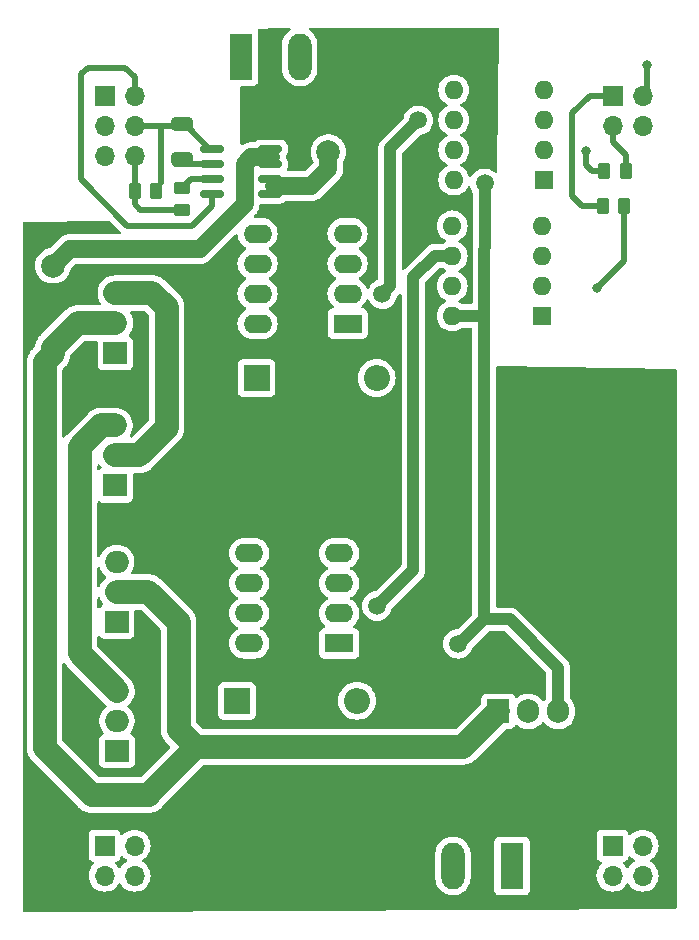
<source format=gbr>
%TF.GenerationSoftware,KiCad,Pcbnew,7.0.5*%
%TF.CreationDate,2023-11-23T21:46:28-03:00*%
%TF.ProjectId,Inversor,496e7665-7273-46f7-922e-6b696361645f,rev?*%
%TF.SameCoordinates,Original*%
%TF.FileFunction,Copper,L1,Top*%
%TF.FilePolarity,Positive*%
%FSLAX46Y46*%
G04 Gerber Fmt 4.6, Leading zero omitted, Abs format (unit mm)*
G04 Created by KiCad (PCBNEW 7.0.5) date 2023-11-23 21:46:28*
%MOMM*%
%LPD*%
G01*
G04 APERTURE LIST*
G04 Aperture macros list*
%AMRoundRect*
0 Rectangle with rounded corners*
0 $1 Rounding radius*
0 $2 $3 $4 $5 $6 $7 $8 $9 X,Y pos of 4 corners*
0 Add a 4 corners polygon primitive as box body*
4,1,4,$2,$3,$4,$5,$6,$7,$8,$9,$2,$3,0*
0 Add four circle primitives for the rounded corners*
1,1,$1+$1,$2,$3*
1,1,$1+$1,$4,$5*
1,1,$1+$1,$6,$7*
1,1,$1+$1,$8,$9*
0 Add four rect primitives between the rounded corners*
20,1,$1+$1,$2,$3,$4,$5,0*
20,1,$1+$1,$4,$5,$6,$7,0*
20,1,$1+$1,$6,$7,$8,$9,0*
20,1,$1+$1,$8,$9,$2,$3,0*%
G04 Aperture macros list end*
%TA.AperFunction,SMDPad,CuDef*%
%ADD10RoundRect,0.150000X0.825000X0.150000X-0.825000X0.150000X-0.825000X-0.150000X0.825000X-0.150000X0*%
%TD*%
%TA.AperFunction,SMDPad,CuDef*%
%ADD11RoundRect,0.250000X0.262500X0.450000X-0.262500X0.450000X-0.262500X-0.450000X0.262500X-0.450000X0*%
%TD*%
%TA.AperFunction,SMDPad,CuDef*%
%ADD12RoundRect,0.250000X-0.450000X0.262500X-0.450000X-0.262500X0.450000X-0.262500X0.450000X0.262500X0*%
%TD*%
%TA.AperFunction,ComponentPad*%
%ADD13R,2.000000X1.905000*%
%TD*%
%TA.AperFunction,ComponentPad*%
%ADD14O,2.000000X1.905000*%
%TD*%
%TA.AperFunction,ComponentPad*%
%ADD15O,1.980000X3.960000*%
%TD*%
%TA.AperFunction,ComponentPad*%
%ADD16R,1.980000X3.960000*%
%TD*%
%TA.AperFunction,ComponentPad*%
%ADD17R,2.200000X2.200000*%
%TD*%
%TA.AperFunction,ComponentPad*%
%ADD18O,2.200000X2.200000*%
%TD*%
%TA.AperFunction,ComponentPad*%
%ADD19O,1.700000X1.700000*%
%TD*%
%TA.AperFunction,ComponentPad*%
%ADD20R,1.700000X1.700000*%
%TD*%
%TA.AperFunction,ComponentPad*%
%ADD21R,1.600000X1.600000*%
%TD*%
%TA.AperFunction,ComponentPad*%
%ADD22O,1.600000X1.600000*%
%TD*%
%TA.AperFunction,ComponentPad*%
%ADD23R,2.400000X1.600000*%
%TD*%
%TA.AperFunction,ComponentPad*%
%ADD24O,2.400000X1.600000*%
%TD*%
%TA.AperFunction,ComponentPad*%
%ADD25R,1.905000X2.000000*%
%TD*%
%TA.AperFunction,ComponentPad*%
%ADD26O,1.905000X2.000000*%
%TD*%
%TA.AperFunction,SMDPad,CuDef*%
%ADD27RoundRect,0.250000X-0.650000X0.325000X-0.650000X-0.325000X0.650000X-0.325000X0.650000X0.325000X0*%
%TD*%
%TA.AperFunction,SMDPad,CuDef*%
%ADD28RoundRect,0.250000X-0.262500X-0.450000X0.262500X-0.450000X0.262500X0.450000X-0.262500X0.450000X0*%
%TD*%
%TA.AperFunction,ViaPad*%
%ADD29C,1.500000*%
%TD*%
%TA.AperFunction,ViaPad*%
%ADD30C,0.800000*%
%TD*%
%TA.AperFunction,ViaPad*%
%ADD31C,2.000000*%
%TD*%
%TA.AperFunction,Conductor*%
%ADD32C,1.000000*%
%TD*%
%TA.AperFunction,Conductor*%
%ADD33C,0.500000*%
%TD*%
%TA.AperFunction,Conductor*%
%ADD34C,1.500000*%
%TD*%
%TA.AperFunction,Conductor*%
%ADD35C,2.000000*%
%TD*%
G04 APERTURE END LIST*
D10*
%TO.P,U4,8,VCC*%
%TO.N,+5V*%
X68775000Y-73415000D03*
%TO.P,U4,7,VIOUT*%
%TO.N,Net-(U4-VIOUT)*%
X68775000Y-72145000D03*
%TO.P,U4,6,FILTER*%
%TO.N,Net-(U4-FILTER)*%
X68775000Y-70875000D03*
%TO.P,U4,5,GND*%
%TO.N,GNDS*%
X68775000Y-69605000D03*
%TO.P,U4,4,IP-*%
%TO.N,Load-*%
X73725000Y-69605000D03*
%TO.P,U4,3,IP-*%
X73725000Y-70875000D03*
%TO.P,U4,2,IP+*%
%TO.N,Net-(J1-Pin_2)*%
X73725000Y-72145000D03*
%TO.P,U4,1,IP+*%
X73725000Y-73415000D03*
%TD*%
D11*
%TO.P,R8,1*%
%TO.N,GNDS*%
X64062500Y-73120000D03*
%TO.P,R8,2*%
%TO.N,iout*%
X62237500Y-73120000D03*
%TD*%
D12*
%TO.P,R7,1*%
%TO.N,Net-(U4-VIOUT)*%
X66230000Y-72917500D03*
%TO.P,R7,2*%
%TO.N,iout*%
X66230000Y-74742500D03*
%TD*%
D13*
%TO.P,Q2,1,G*%
%TO.N,Net-(Q2-G)*%
X60585000Y-98090000D03*
D14*
%TO.P,Q2,2,D*%
%TO.N,Load+*%
X60585000Y-95550000D03*
%TO.P,Q2,3,S*%
%TO.N,GND*%
X60585000Y-93010000D03*
%TD*%
D15*
%TO.P,J1,2,Pin_2*%
%TO.N,Net-(J1-Pin_2)*%
X76230000Y-61790000D03*
D16*
%TO.P,J1,1,Pin_1*%
%TO.N,Load+*%
X71230000Y-61790000D03*
%TD*%
D17*
%TO.P,D2,1,K*%
%TO.N,Net-(D2-K)*%
X72570000Y-89000000D03*
D18*
%TO.P,D2,2,A*%
%TO.N,+15V*%
X82730000Y-89000000D03*
%TD*%
D19*
%TO.P,J7,6,Pin_6*%
%TO.N,iout*%
X62245000Y-70166250D03*
%TO.P,J7,5,Pin_5*%
%TO.N,unconnected-(J7-Pin_5-Pad5)*%
X59705000Y-70166250D03*
%TO.P,J7,4,Pin_4*%
%TO.N,GNDS*%
X62245000Y-67626250D03*
%TO.P,J7,3,Pin_3*%
%TO.N,unconnected-(J7-Pin_3-Pad3)*%
X59705000Y-67626250D03*
%TO.P,J7,2,Pin_2*%
%TO.N,+5V*%
X62245000Y-65086250D03*
D20*
%TO.P,J7,1,Pin_1*%
%TO.N,unconnected-(J7-Pin_1-Pad1)*%
X59705000Y-65086250D03*
%TD*%
D21*
%TO.P,U6,1,NC*%
%TO.N,unconnected-(U6-NC-Pad1)*%
X96760000Y-83730000D03*
D22*
%TO.P,U6,2*%
%TO.N,Net-(R5-Pad2)*%
X96760000Y-81190000D03*
%TO.P,U6,3*%
%TO.N,GNDS*%
X96760000Y-78650000D03*
%TO.P,U6,4,NC*%
%TO.N,unconnected-(U6-NC-Pad4)*%
X96760000Y-76110000D03*
%TO.P,U6,5*%
%TO.N,GND*%
X89140000Y-76110000D03*
%TO.P,U6,6*%
%TO.N,in2*%
X89140000Y-78650000D03*
%TO.P,U6,7*%
%TO.N,unconnected-(U6-Pad7)*%
X89140000Y-81190000D03*
%TO.P,U6,8*%
%TO.N,+15V*%
X89140000Y-83730000D03*
%TD*%
D21*
%TO.P,U5,1,NC*%
%TO.N,unconnected-(U5-NC-Pad1)*%
X96890000Y-72230000D03*
D22*
%TO.P,U5,2*%
%TO.N,Net-(R13-Pad2)*%
X96890000Y-69690000D03*
%TO.P,U5,3*%
%TO.N,GNDS*%
X96890000Y-67150000D03*
%TO.P,U5,4,NC*%
%TO.N,unconnected-(U5-NC-Pad4)*%
X96890000Y-64610000D03*
%TO.P,U5,5*%
%TO.N,GND*%
X89270000Y-64610000D03*
%TO.P,U5,6*%
%TO.N,in1*%
X89270000Y-67150000D03*
%TO.P,U5,7*%
%TO.N,unconnected-(U5-Pad7)*%
X89270000Y-69690000D03*
%TO.P,U5,8*%
%TO.N,+15V*%
X89270000Y-72230000D03*
%TD*%
D19*
%TO.P,J4,4,Pin_4*%
%TO.N,unconnected-(J4-Pin_4-Pad4)*%
X105245000Y-67626250D03*
%TO.P,J4,3,Pin_3*%
%TO.N,pwm1*%
X102705000Y-67626250D03*
%TO.P,J4,2,Pin_2*%
%TO.N,GNDS*%
X105245000Y-65086250D03*
D20*
%TO.P,J4,1,Pin_1*%
%TO.N,pwm2*%
X102705000Y-65086250D03*
%TD*%
D13*
%TO.P,Q1,1,G*%
%TO.N,Net-(Q1-G)*%
X60615000Y-86880000D03*
D14*
%TO.P,Q1,2,D*%
%TO.N,+24V*%
X60615000Y-84340000D03*
%TO.P,Q1,3,S*%
%TO.N,Load+*%
X60615000Y-81800000D03*
%TD*%
D23*
%TO.P,U1,1,VCC*%
%TO.N,+15V*%
X80275000Y-84390000D03*
D24*
%TO.P,U1,2,IN*%
%TO.N,in1*%
X80275000Y-81850000D03*
%TO.P,U1,3,COM*%
%TO.N,GND*%
X80275000Y-79310000D03*
%TO.P,U1,4,LO*%
%TO.N,Net-(U1-LO)*%
X80275000Y-76770000D03*
%TO.P,U1,5,NC*%
%TO.N,unconnected-(U1-NC-Pad5)*%
X72655000Y-76770000D03*
%TO.P,U1,6,VS*%
%TO.N,Load+*%
X72655000Y-79310000D03*
%TO.P,U1,7,HO*%
%TO.N,Net-(U1-HO)*%
X72655000Y-81850000D03*
%TO.P,U1,8,VB*%
%TO.N,Net-(D2-K)*%
X72655000Y-84390000D03*
%TD*%
D13*
%TO.P,Q3,1,G*%
%TO.N,Net-(Q3-G)*%
X60732800Y-109647600D03*
D14*
%TO.P,Q3,2,D*%
%TO.N,+24V*%
X60732800Y-107107600D03*
%TO.P,Q3,3,S*%
%TO.N,Load-*%
X60732800Y-104567600D03*
%TD*%
D19*
%TO.P,J6,4,Pin_4*%
%TO.N,unconnected-(J6-Pin_4-Pad4)*%
X62245000Y-131126250D03*
%TO.P,J6,3,Pin_3*%
%TO.N,unconnected-(J6-Pin_3-Pad3)*%
X59705000Y-131126250D03*
%TO.P,J6,2,Pin_2*%
%TO.N,unconnected-(J6-Pin_2-Pad2)*%
X62245000Y-128586250D03*
D20*
%TO.P,J6,1,Pin_1*%
%TO.N,unconnected-(J6-Pin_1-Pad1)*%
X59705000Y-128586250D03*
%TD*%
D25*
%TO.P,U2,1,VI*%
%TO.N,+24V*%
X93020000Y-117215000D03*
D26*
%TO.P,U2,2,GND*%
%TO.N,GND*%
X95560000Y-117215000D03*
%TO.P,U2,3,VO*%
%TO.N,+15V*%
X98100000Y-117215000D03*
%TD*%
D19*
%TO.P,J5,4,Pin_4*%
%TO.N,unconnected-(J5-Pin_4-Pad4)*%
X105245000Y-131126250D03*
%TO.P,J5,3,Pin_3*%
%TO.N,unconnected-(J5-Pin_3-Pad3)*%
X102705000Y-131126250D03*
%TO.P,J5,2,Pin_2*%
%TO.N,unconnected-(J5-Pin_2-Pad2)*%
X105245000Y-128586250D03*
D20*
%TO.P,J5,1,Pin_1*%
%TO.N,unconnected-(J5-Pin_1-Pad1)*%
X102705000Y-128586250D03*
%TD*%
D17*
%TO.P,D1,1,K*%
%TO.N,Net-(D1-K)*%
X70920000Y-116315000D03*
D18*
%TO.P,D1,2,A*%
%TO.N,+15V*%
X81080000Y-116315000D03*
%TD*%
D16*
%TO.P,J3,1,Pin_1*%
%TO.N,GND*%
X94195000Y-130300000D03*
D15*
%TO.P,J3,2,Pin_2*%
%TO.N,+24V*%
X89195000Y-130300000D03*
%TD*%
D13*
%TO.P,Q4,1,G*%
%TO.N,Net-(Q4-G)*%
X60760000Y-120570000D03*
D14*
%TO.P,Q4,2,D*%
%TO.N,Load-*%
X60760000Y-118030000D03*
%TO.P,Q4,3,S*%
%TO.N,GND*%
X60760000Y-115490000D03*
%TD*%
D23*
%TO.P,U3,1,VCC*%
%TO.N,+15V*%
X79575000Y-111445000D03*
D24*
%TO.P,U3,2,IN*%
%TO.N,in2*%
X79575000Y-108905000D03*
%TO.P,U3,3,COM*%
%TO.N,GND*%
X79575000Y-106365000D03*
%TO.P,U3,4,LO*%
%TO.N,Net-(U3-LO)*%
X79575000Y-103825000D03*
%TO.P,U3,5,NC*%
%TO.N,unconnected-(U3-NC-Pad5)*%
X71955000Y-103825000D03*
%TO.P,U3,6,VS*%
%TO.N,Load-*%
X71955000Y-106365000D03*
%TO.P,U3,7,HO*%
%TO.N,Net-(U3-HO)*%
X71955000Y-108905000D03*
%TO.P,U3,8,VB*%
%TO.N,Net-(D1-K)*%
X71955000Y-111445000D03*
%TD*%
D27*
%TO.P,C7,2*%
%TO.N,Net-(U4-FILTER)*%
X66250000Y-70475000D03*
%TO.P,C7,1*%
%TO.N,GNDS*%
X66250000Y-67525000D03*
%TD*%
D11*
%TO.P,R13,2*%
%TO.N,Net-(R13-Pad2)*%
X102017500Y-71480000D03*
%TO.P,R13,1*%
%TO.N,pwm1*%
X103842500Y-71480000D03*
%TD*%
D28*
%TO.P,R5,2*%
%TO.N,Net-(R5-Pad2)*%
X103692500Y-74390000D03*
%TO.P,R5,1*%
%TO.N,pwm2*%
X101867500Y-74390000D03*
%TD*%
D29*
%TO.N,+15V*%
X89630000Y-111490000D03*
%TO.N,in2*%
X82760000Y-108290000D03*
%TO.N,in1*%
X83230000Y-81880000D03*
X86250000Y-67180000D03*
%TO.N,+15V*%
X91870000Y-72510000D03*
D30*
%TO.N,GNDS*%
X105590000Y-62490000D03*
%TO.N,Net-(R13-Pad2)*%
X100420000Y-69790000D03*
%TO.N,Net-(R5-Pad2)*%
X101360000Y-81410000D03*
D31*
%TO.N,Net-(J1-Pin_2)*%
X78650000Y-69860000D03*
%TO.N,Load-*%
X55330000Y-79480000D03*
%TD*%
D32*
%TO.N,in2*%
X82760000Y-108290000D02*
X82860000Y-108270000D01*
X85850000Y-105250000D02*
X82860000Y-108240000D01*
X85850000Y-80450000D02*
X85850000Y-105250000D01*
X82860000Y-108240000D02*
X82760000Y-108290000D01*
X87650000Y-78650000D02*
X85850000Y-80450000D01*
X89140000Y-78650000D02*
X87650000Y-78650000D01*
%TO.N,in1*%
X83880000Y-81230000D02*
X83230000Y-81880000D01*
X86250000Y-67180000D02*
X83880000Y-69550000D01*
X83880000Y-69550000D02*
X83880000Y-81230000D01*
%TO.N,+15V*%
X91870000Y-72510000D02*
X91850000Y-83670000D01*
X91850000Y-72490000D02*
X91870000Y-72510000D01*
X91870000Y-72470000D02*
X91850000Y-72490000D01*
D33*
%TO.N,GNDS*%
X105590000Y-64741250D02*
X105245000Y-65086250D01*
X105590000Y-62490000D02*
X105590000Y-64741250D01*
%TO.N,pwm2*%
X99270000Y-66580000D02*
X100763750Y-65086250D01*
X100763750Y-65086250D02*
X102705000Y-65086250D01*
X101867500Y-74390000D02*
X100100000Y-74390000D01*
X100100000Y-74390000D02*
X99270000Y-73560000D01*
X99270000Y-73560000D02*
X99270000Y-66580000D01*
%TO.N,Net-(R5-Pad2)*%
X103692500Y-79107500D02*
X101390000Y-81410000D01*
X103692500Y-74390000D02*
X103692500Y-79107500D01*
%TO.N,pwm1*%
X103842500Y-70132500D02*
X102705000Y-68995000D01*
X103842500Y-71480000D02*
X103842500Y-70132500D01*
X102705000Y-68995000D02*
X102705000Y-67626250D01*
%TO.N,Net-(R13-Pad2)*%
X100420000Y-70920000D02*
X100980000Y-71480000D01*
X100980000Y-71480000D02*
X102017500Y-71480000D01*
X100420000Y-69790000D02*
X100420000Y-70920000D01*
%TO.N,pwm1*%
X102532500Y-67798750D02*
X102705000Y-67626250D01*
%TO.N,Net-(R5-Pad2)*%
X101360000Y-81440000D02*
X101390000Y-81410000D01*
X101360000Y-81410000D02*
X101360000Y-81440000D01*
X101390000Y-81410000D02*
X101360000Y-81410000D01*
D34*
%TO.N,Net-(J1-Pin_2)*%
X77190000Y-72730000D02*
X74010000Y-72730000D01*
X78650000Y-71270000D02*
X77190000Y-72730000D01*
X78650000Y-69860000D02*
X78650000Y-71270000D01*
%TO.N,Load-*%
X71560000Y-74270000D02*
X71560000Y-70840000D01*
X72130000Y-70270000D02*
X73820000Y-70270000D01*
X67770000Y-78060000D02*
X71560000Y-74270000D01*
X56750000Y-78060000D02*
X67770000Y-78060000D01*
X71560000Y-70840000D02*
X72130000Y-70270000D01*
X55330000Y-79480000D02*
X56750000Y-78060000D01*
D33*
%TO.N,+5V*%
X62245000Y-63505000D02*
X62245000Y-65086250D01*
X61460000Y-62720000D02*
X62245000Y-63505000D01*
X58260000Y-62720000D02*
X61460000Y-62720000D01*
X61600000Y-76080000D02*
X57690000Y-72170000D01*
X62190000Y-76080000D02*
X61600000Y-76080000D01*
X57690000Y-63290000D02*
X58260000Y-62720000D01*
X67130000Y-76100000D02*
X62210000Y-76100000D01*
X57690000Y-72170000D02*
X57690000Y-63290000D01*
X68775000Y-74455000D02*
X67130000Y-76100000D01*
X68775000Y-73415000D02*
X68775000Y-74455000D01*
X62210000Y-76100000D02*
X62190000Y-76080000D01*
%TO.N,iout*%
X62245000Y-74265000D02*
X62245000Y-70166250D01*
X66230000Y-74742500D02*
X62722500Y-74742500D01*
X62722500Y-74742500D02*
X62245000Y-74265000D01*
%TO.N,GNDS*%
X68575000Y-69605000D02*
X66745000Y-67775000D01*
X66745000Y-67775000D02*
X66035000Y-67775000D01*
X68775000Y-69605000D02*
X68575000Y-69605000D01*
%TO.N,Net-(U4-VIOUT)*%
X67002500Y-72145000D02*
X66230000Y-72917500D01*
X68775000Y-72145000D02*
X67002500Y-72145000D01*
%TO.N,GNDS*%
X64510000Y-67766250D02*
X64370000Y-67626250D01*
X64510000Y-72497500D02*
X64510000Y-67766250D01*
X64370000Y-67626250D02*
X65060000Y-67626250D01*
X65060000Y-67626250D02*
X65921250Y-67626250D01*
X62245000Y-67626250D02*
X65060000Y-67626250D01*
%TO.N,Net-(U4-FILTER)*%
X68775000Y-70875000D02*
X65650000Y-70875000D01*
D32*
%TO.N,+15V*%
X89140000Y-83730000D02*
X91790000Y-83730000D01*
X98100000Y-117215000D02*
X98100000Y-113530000D01*
X91790000Y-83730000D02*
X91850000Y-83670000D01*
X98100000Y-113530000D02*
X94000000Y-109430000D01*
X91850000Y-83670000D02*
X91850000Y-109430000D01*
X94000000Y-109430000D02*
X91850000Y-109430000D01*
X91850000Y-109430000D02*
X89835000Y-111445000D01*
D35*
%TO.N,Load+*%
X64948000Y-93202000D02*
X64948000Y-82998000D01*
X64490000Y-82540000D02*
X63750000Y-81800000D01*
X63750000Y-81800000D02*
X60615000Y-81800000D01*
X62600000Y-95550000D02*
X64948000Y-93202000D01*
X60585000Y-95550000D02*
X62600000Y-95550000D01*
X64948000Y-82998000D02*
X64490000Y-82540000D01*
%TO.N,+24V*%
X60732800Y-107107600D02*
X63417600Y-107107600D01*
X63424000Y-124236000D02*
X67440000Y-120220000D01*
X57408000Y-84340000D02*
X55296000Y-86452000D01*
X65970000Y-118750000D02*
X67440000Y-120220000D01*
X60615000Y-84340000D02*
X57408000Y-84340000D01*
X63417600Y-107107600D02*
X65970000Y-109660000D01*
X65970000Y-109660000D02*
X65970000Y-118750000D01*
X55296000Y-86452000D02*
X55296000Y-86960000D01*
X67440000Y-120220000D02*
X90015000Y-120220000D01*
X54620000Y-87636000D02*
X54620000Y-120320000D01*
X55296000Y-86960000D02*
X54620000Y-87636000D01*
X90015000Y-120220000D02*
X93020000Y-117215000D01*
X58598000Y-124298000D02*
X63424000Y-124298000D01*
X54620000Y-120320000D02*
X58598000Y-124298000D01*
X63424000Y-124298000D02*
X63424000Y-124236000D01*
%TO.N,GND*%
X60760000Y-115490000D02*
X57582000Y-112312000D01*
X57582000Y-112312000D02*
X57582000Y-94834000D01*
X57582000Y-94834000D02*
X59406000Y-93010000D01*
X59406000Y-93010000D02*
X60585000Y-93010000D01*
D32*
%TO.N,in1*%
X86280000Y-67150000D02*
X86250000Y-67180000D01*
%TD*%
%TA.AperFunction,NonConductor*%
G36*
X63144149Y-83320185D02*
G01*
X63164791Y-83336819D01*
X63411181Y-83583209D01*
X63444666Y-83644532D01*
X63447500Y-83670890D01*
X63447500Y-92529109D01*
X63427815Y-92596148D01*
X63411181Y-92616790D01*
X62032370Y-93995601D01*
X61971047Y-94029086D01*
X61901355Y-94024102D01*
X61845422Y-93982230D01*
X61821005Y-93916766D01*
X61835857Y-93848493D01*
X61842815Y-93837888D01*
X61842673Y-93837795D01*
X61845469Y-93833514D01*
X61845474Y-93833509D01*
X61963828Y-93614810D01*
X62044571Y-93379614D01*
X62085500Y-93134335D01*
X62085500Y-92885665D01*
X62044571Y-92640386D01*
X61963828Y-92405190D01*
X61845474Y-92186491D01*
X61692738Y-91990256D01*
X61509785Y-91821836D01*
X61509782Y-91821833D01*
X61301606Y-91685826D01*
X61073881Y-91585936D01*
X60832824Y-91524892D01*
X60832813Y-91524890D01*
X60647077Y-91509500D01*
X60647067Y-91509500D01*
X59503019Y-91509500D01*
X59495347Y-91509024D01*
X59468221Y-91505643D01*
X59468219Y-91505643D01*
X59416346Y-91507788D01*
X59376244Y-91509447D01*
X59373685Y-91509500D01*
X59343933Y-91509500D01*
X59335151Y-91510227D01*
X59314274Y-91511957D01*
X59311719Y-91512115D01*
X59219765Y-91515918D01*
X59219751Y-91515920D01*
X59193017Y-91521526D01*
X59185409Y-91522635D01*
X59158185Y-91524890D01*
X59158174Y-91524892D01*
X59068973Y-91547480D01*
X59066479Y-91548058D01*
X58976391Y-91566948D01*
X58976375Y-91566953D01*
X58950920Y-91576886D01*
X58943599Y-91579231D01*
X58917119Y-91585937D01*
X58917108Y-91585941D01*
X58832850Y-91622900D01*
X58830484Y-91623880D01*
X58744721Y-91657346D01*
X58721247Y-91671333D01*
X58714413Y-91674851D01*
X58689388Y-91685829D01*
X58689386Y-91685830D01*
X58612338Y-91736168D01*
X58610165Y-91737524D01*
X58531104Y-91784635D01*
X58510250Y-91802297D01*
X58504087Y-91806892D01*
X58481216Y-91821834D01*
X58413507Y-91884164D01*
X58411589Y-91885858D01*
X58388865Y-91905106D01*
X58367846Y-91926125D01*
X58365998Y-91927898D01*
X58298262Y-91990256D01*
X58298256Y-91990262D01*
X58281472Y-92011826D01*
X58276383Y-92017589D01*
X56589588Y-93704382D01*
X56583827Y-93709471D01*
X56562255Y-93726262D01*
X56499909Y-93793986D01*
X56498136Y-93795834D01*
X56477104Y-93816865D01*
X56477094Y-93816877D01*
X56457861Y-93839586D01*
X56456166Y-93841506D01*
X56393837Y-93909212D01*
X56393835Y-93909215D01*
X56378892Y-93932087D01*
X56374297Y-93938250D01*
X56356634Y-93959105D01*
X56356633Y-93959106D01*
X56351022Y-93968524D01*
X56299794Y-94016038D01*
X56231012Y-94028313D01*
X56166511Y-94001453D01*
X56126772Y-93943985D01*
X56120500Y-93905049D01*
X56120500Y-88308888D01*
X56140185Y-88241849D01*
X56156810Y-88221216D01*
X56288426Y-88089599D01*
X56294163Y-88084534D01*
X56315744Y-88067738D01*
X56378138Y-87999958D01*
X56379841Y-87998184D01*
X56400901Y-87977126D01*
X56420132Y-87954419D01*
X56421830Y-87952496D01*
X56484164Y-87884785D01*
X56499117Y-87861894D01*
X56503697Y-87855754D01*
X56521366Y-87834894D01*
X56568516Y-87755763D01*
X56569795Y-87753715D01*
X56620173Y-87676607D01*
X56631148Y-87651584D01*
X56634668Y-87644747D01*
X56648655Y-87621274D01*
X56682121Y-87535506D01*
X56683077Y-87533197D01*
X56720063Y-87448881D01*
X56726774Y-87422374D01*
X56729112Y-87415077D01*
X56739049Y-87389614D01*
X56757938Y-87299523D01*
X56758507Y-87297067D01*
X56758660Y-87296465D01*
X56781108Y-87207821D01*
X56783364Y-87180583D01*
X56784471Y-87172980D01*
X56790080Y-87146237D01*
X56790940Y-87125431D01*
X56813376Y-87059263D01*
X56827147Y-87042879D01*
X57993208Y-85876819D01*
X58054532Y-85843334D01*
X58080890Y-85840500D01*
X58990500Y-85840500D01*
X59057539Y-85860185D01*
X59103294Y-85912989D01*
X59114500Y-85964500D01*
X59114500Y-87880370D01*
X59114501Y-87880376D01*
X59120908Y-87939983D01*
X59171202Y-88074828D01*
X59171206Y-88074835D01*
X59257452Y-88190044D01*
X59257455Y-88190047D01*
X59372664Y-88276293D01*
X59372671Y-88276297D01*
X59507517Y-88326591D01*
X59507516Y-88326591D01*
X59514444Y-88327335D01*
X59567127Y-88333000D01*
X61662872Y-88332999D01*
X61722483Y-88326591D01*
X61857331Y-88276296D01*
X61972546Y-88190046D01*
X62058796Y-88074831D01*
X62109091Y-87939983D01*
X62115500Y-87880373D01*
X62115499Y-85879628D01*
X62109091Y-85820017D01*
X62098166Y-85790726D01*
X62058797Y-85685171D01*
X62058793Y-85685164D01*
X61972547Y-85569955D01*
X61972544Y-85569952D01*
X61857335Y-85483706D01*
X61857328Y-85483702D01*
X61836524Y-85475943D01*
X61780590Y-85434072D01*
X61756173Y-85368607D01*
X61771025Y-85300334D01*
X61781999Y-85283605D01*
X61875474Y-85163509D01*
X61993828Y-84944810D01*
X62074571Y-84709614D01*
X62115500Y-84464335D01*
X62115500Y-84215665D01*
X62074571Y-83970386D01*
X61993828Y-83735190D01*
X61875474Y-83516491D01*
X61863152Y-83500659D01*
X61837511Y-83435668D01*
X61851078Y-83367128D01*
X61899546Y-83316803D01*
X61961007Y-83300500D01*
X63077110Y-83300500D01*
X63144149Y-83320185D01*
G37*
%TD.AperFunction*%
%TA.AperFunction,NonConductor*%
G36*
X59287703Y-96322236D02*
G01*
X59315555Y-96356933D01*
X59324519Y-96373499D01*
X59324523Y-96373505D01*
X59324525Y-96373508D01*
X59324526Y-96373509D01*
X59417996Y-96493599D01*
X59443638Y-96558593D01*
X59430071Y-96627133D01*
X59381603Y-96677458D01*
X59363477Y-96685942D01*
X59342673Y-96693701D01*
X59342669Y-96693703D01*
X59280811Y-96740011D01*
X59215347Y-96764428D01*
X59147074Y-96749577D01*
X59097668Y-96700172D01*
X59082500Y-96640744D01*
X59082500Y-96415949D01*
X59102185Y-96348910D01*
X59154989Y-96303155D01*
X59224147Y-96293211D01*
X59287703Y-96322236D01*
G37*
%TD.AperFunction*%
%TA.AperFunction,NonConductor*%
G36*
X59287703Y-105023089D02*
G01*
X59323781Y-105076539D01*
X59350118Y-105153256D01*
X59350121Y-105153265D01*
X59464729Y-105365041D01*
X59480557Y-105385376D01*
X59612629Y-105555063D01*
X59789790Y-105718151D01*
X59794964Y-105721531D01*
X59840321Y-105774674D01*
X59849746Y-105843905D01*
X59820246Y-105907242D01*
X59811127Y-105916569D01*
X59625065Y-106087852D01*
X59625062Y-106087855D01*
X59472324Y-106284093D01*
X59353972Y-106502788D01*
X59353969Y-106502797D01*
X59323781Y-106590731D01*
X59283395Y-106647747D01*
X59218596Y-106673877D01*
X59149956Y-106660825D01*
X59099268Y-106612736D01*
X59082500Y-106550468D01*
X59082500Y-105116802D01*
X59102185Y-105049763D01*
X59154989Y-105004008D01*
X59224147Y-104994064D01*
X59287703Y-105023089D01*
G37*
%TD.AperFunction*%
%TA.AperFunction,NonConductor*%
G36*
X59287703Y-107571018D02*
G01*
X59323781Y-107624468D01*
X59353969Y-107712402D01*
X59353972Y-107712411D01*
X59472324Y-107931106D01*
X59565796Y-108051199D01*
X59591438Y-108116193D01*
X59577871Y-108184733D01*
X59529403Y-108235058D01*
X59511277Y-108243542D01*
X59490473Y-108251301D01*
X59490464Y-108251306D01*
X59375255Y-108337552D01*
X59305766Y-108430377D01*
X59249832Y-108472247D01*
X59180140Y-108477231D01*
X59118818Y-108443745D01*
X59085333Y-108382421D01*
X59082500Y-108356065D01*
X59082500Y-107664731D01*
X59102185Y-107597692D01*
X59154989Y-107551937D01*
X59224147Y-107541993D01*
X59287703Y-107571018D01*
G37*
%TD.AperFunction*%
%TA.AperFunction,NonConductor*%
G36*
X62811749Y-108627785D02*
G01*
X62832391Y-108644418D01*
X64433182Y-110245210D01*
X64466666Y-110306531D01*
X64469500Y-110332889D01*
X64469499Y-118652980D01*
X64469023Y-118660653D01*
X64465643Y-118687782D01*
X64469446Y-118779752D01*
X64469499Y-118782312D01*
X64469499Y-118812059D01*
X64469500Y-118812066D01*
X64471956Y-118841723D01*
X64472115Y-118844279D01*
X64475918Y-118936233D01*
X64481526Y-118962983D01*
X64482635Y-118970590D01*
X64484891Y-118997818D01*
X64484891Y-118997822D01*
X64507485Y-119087044D01*
X64508063Y-119089539D01*
X64526949Y-119179608D01*
X64526951Y-119179616D01*
X64536882Y-119205067D01*
X64539227Y-119212387D01*
X64545937Y-119238881D01*
X64555180Y-119259954D01*
X64582907Y-119323167D01*
X64583887Y-119325534D01*
X64617344Y-119411275D01*
X64631332Y-119434750D01*
X64634852Y-119441588D01*
X64645824Y-119466604D01*
X64674187Y-119510016D01*
X64696181Y-119543682D01*
X64697496Y-119545787D01*
X64744634Y-119624894D01*
X64762296Y-119645747D01*
X64766887Y-119651904D01*
X64781836Y-119674785D01*
X64781837Y-119674786D01*
X64844162Y-119742489D01*
X64845858Y-119744410D01*
X64865103Y-119767132D01*
X64875618Y-119777646D01*
X64886156Y-119788184D01*
X64887908Y-119790010D01*
X64950252Y-119857734D01*
X64950257Y-119857739D01*
X64971822Y-119874524D01*
X64977587Y-119879615D01*
X65230291Y-120132319D01*
X65263776Y-120193642D01*
X65258792Y-120263334D01*
X65230291Y-120307681D01*
X62776791Y-122761181D01*
X62715468Y-122794666D01*
X62689110Y-122797500D01*
X59270889Y-122797500D01*
X59203850Y-122777815D01*
X59183208Y-122761181D01*
X56156819Y-119734791D01*
X56123334Y-119673468D01*
X56120500Y-119647110D01*
X56120500Y-116454820D01*
X56120500Y-113240946D01*
X56140184Y-113173911D01*
X56192988Y-113128156D01*
X56262146Y-113118212D01*
X56325702Y-113147237D01*
X56351019Y-113177472D01*
X56356633Y-113186893D01*
X56356634Y-113186894D01*
X56374296Y-113207747D01*
X56378887Y-113213904D01*
X56393836Y-113236785D01*
X56393837Y-113236786D01*
X56456162Y-113304489D01*
X56457858Y-113306410D01*
X56477103Y-113329132D01*
X56487618Y-113339646D01*
X56498156Y-113350184D01*
X56499908Y-113352010D01*
X56562252Y-113419734D01*
X56562257Y-113419739D01*
X56583822Y-113436524D01*
X56589587Y-113441615D01*
X59742865Y-116594894D01*
X59742871Y-116594899D01*
X59742874Y-116594902D01*
X59837914Y-116675396D01*
X59876348Y-116733744D01*
X59877136Y-116803609D01*
X59840026Y-116862809D01*
X59825601Y-116873822D01*
X59816992Y-116879447D01*
X59764767Y-116927524D01*
X59639829Y-117042537D01*
X59596305Y-117098456D01*
X59491929Y-117232558D01*
X59377321Y-117444334D01*
X59377318Y-117444343D01*
X59299134Y-117672083D01*
X59259500Y-117909602D01*
X59259500Y-118150397D01*
X59299134Y-118387916D01*
X59377318Y-118615656D01*
X59377321Y-118615665D01*
X59491929Y-118827441D01*
X59491933Y-118827447D01*
X59602832Y-118969930D01*
X59628475Y-119034924D01*
X59614908Y-119103464D01*
X59566440Y-119153788D01*
X59548313Y-119162273D01*
X59517675Y-119173700D01*
X59517664Y-119173706D01*
X59402455Y-119259952D01*
X59402452Y-119259955D01*
X59316206Y-119375164D01*
X59316202Y-119375171D01*
X59265908Y-119510017D01*
X59259501Y-119569616D01*
X59259501Y-119569623D01*
X59259500Y-119569635D01*
X59259500Y-121570370D01*
X59259501Y-121570376D01*
X59265908Y-121629983D01*
X59316202Y-121764828D01*
X59316206Y-121764835D01*
X59402452Y-121880044D01*
X59402455Y-121880047D01*
X59517664Y-121966293D01*
X59517671Y-121966297D01*
X59652517Y-122016591D01*
X59652516Y-122016591D01*
X59659444Y-122017335D01*
X59712127Y-122023000D01*
X61807872Y-122022999D01*
X61867483Y-122016591D01*
X62002331Y-121966296D01*
X62117546Y-121880046D01*
X62203796Y-121764831D01*
X62254091Y-121629983D01*
X62260500Y-121570373D01*
X62260499Y-119569628D01*
X62254091Y-119510017D01*
X62226018Y-119434750D01*
X62203797Y-119375171D01*
X62203793Y-119375164D01*
X62117547Y-119259955D01*
X62117544Y-119259952D01*
X62002335Y-119173706D01*
X62002328Y-119173702D01*
X61971687Y-119162274D01*
X61915753Y-119120403D01*
X61891336Y-119054938D01*
X61906188Y-118986665D01*
X61917161Y-118969937D01*
X62028072Y-118827439D01*
X62142679Y-118615664D01*
X62220866Y-118387913D01*
X62260500Y-118150399D01*
X62260500Y-117909601D01*
X62220866Y-117672087D01*
X62215800Y-117657331D01*
X62169507Y-117522483D01*
X62142679Y-117444336D01*
X62028072Y-117232561D01*
X61880171Y-117042537D01*
X61755237Y-116927527D01*
X61703005Y-116879444D01*
X61694750Y-116874051D01*
X61649395Y-116820903D01*
X61639974Y-116751671D01*
X61669478Y-116688337D01*
X61690514Y-116669334D01*
X61733096Y-116638932D01*
X61908932Y-116463096D01*
X62053429Y-116260716D01*
X62162644Y-116037314D01*
X62206692Y-115889359D01*
X62207450Y-115886989D01*
X62220866Y-115847913D01*
X62222572Y-115837681D01*
X62224305Y-115830195D01*
X62233597Y-115798987D01*
X62233599Y-115798981D01*
X62244129Y-115714500D01*
X62246924Y-115692078D01*
X62247293Y-115689541D01*
X62260499Y-115610402D01*
X62260500Y-115610399D01*
X62260500Y-115587018D01*
X62260977Y-115579342D01*
X62264357Y-115552220D01*
X62264357Y-115552219D01*
X62260553Y-115460246D01*
X62260500Y-115457683D01*
X62260500Y-115369599D01*
X62259378Y-115362882D01*
X62256217Y-115343937D01*
X62255427Y-115336308D01*
X62254081Y-115303763D01*
X62231964Y-115198288D01*
X62231497Y-115195801D01*
X62220867Y-115132093D01*
X62220865Y-115132084D01*
X62214969Y-115114910D01*
X62212926Y-115107491D01*
X62203049Y-115060383D01*
X62168822Y-114972669D01*
X62146944Y-114916600D01*
X62146072Y-114914219D01*
X62145295Y-114911957D01*
X62142679Y-114904336D01*
X62142653Y-114904289D01*
X62139424Y-114897329D01*
X62112656Y-114828727D01*
X62041643Y-114709551D01*
X61985372Y-114615115D01*
X61985368Y-114615110D01*
X61985366Y-114615106D01*
X61864902Y-114472874D01*
X61864899Y-114472871D01*
X61864894Y-114472865D01*
X59118819Y-111726790D01*
X59085334Y-111665467D01*
X59082500Y-111639109D01*
X59082500Y-110939134D01*
X59102185Y-110872095D01*
X59154989Y-110826340D01*
X59224147Y-110816396D01*
X59287703Y-110845421D01*
X59305766Y-110864823D01*
X59375252Y-110957644D01*
X59375255Y-110957647D01*
X59490464Y-111043893D01*
X59490471Y-111043897D01*
X59625317Y-111094191D01*
X59625316Y-111094191D01*
X59632244Y-111094935D01*
X59684927Y-111100600D01*
X61780672Y-111100599D01*
X61840283Y-111094191D01*
X61975131Y-111043896D01*
X62090346Y-110957646D01*
X62176596Y-110842431D01*
X62226891Y-110707583D01*
X62233300Y-110647973D01*
X62233299Y-108732099D01*
X62252984Y-108665061D01*
X62305787Y-108619306D01*
X62357299Y-108608100D01*
X62744710Y-108608100D01*
X62811749Y-108627785D01*
G37*
%TD.AperFunction*%
%TA.AperFunction,NonConductor*%
G36*
X75397169Y-59350185D02*
G01*
X75442924Y-59402989D01*
X75452868Y-59472147D01*
X75423843Y-59535703D01*
X75406292Y-59552353D01*
X75217058Y-59699639D01*
X75217055Y-59699642D01*
X75049752Y-59881382D01*
X74914650Y-60088172D01*
X74815428Y-60314376D01*
X74754789Y-60553834D01*
X74739500Y-60738343D01*
X74739500Y-62841656D01*
X74754789Y-63026165D01*
X74754789Y-63026168D01*
X74754790Y-63026169D01*
X74815428Y-63265623D01*
X74914652Y-63491831D01*
X75049755Y-63698621D01*
X75217052Y-63880355D01*
X75217055Y-63880357D01*
X75217058Y-63880360D01*
X75411971Y-64032067D01*
X75411977Y-64032071D01*
X75411980Y-64032073D01*
X75629221Y-64149638D01*
X75669632Y-64163511D01*
X75862846Y-64229842D01*
X75862848Y-64229842D01*
X75862850Y-64229843D01*
X76106494Y-64270500D01*
X76106495Y-64270500D01*
X76353505Y-64270500D01*
X76353506Y-64270500D01*
X76597150Y-64229843D01*
X76830779Y-64149638D01*
X77048020Y-64032073D01*
X77073380Y-64012335D01*
X77202014Y-63912215D01*
X77242948Y-63880355D01*
X77410245Y-63698621D01*
X77545348Y-63491831D01*
X77644572Y-63265623D01*
X77705210Y-63026169D01*
X77720500Y-62841645D01*
X77720500Y-60738355D01*
X77705210Y-60553831D01*
X77644572Y-60314377D01*
X77545348Y-60088169D01*
X77410245Y-59881379D01*
X77242948Y-59699645D01*
X77242943Y-59699641D01*
X77242941Y-59699639D01*
X77053708Y-59552353D01*
X77012895Y-59495643D01*
X77009220Y-59425870D01*
X77043852Y-59365187D01*
X77105793Y-59332860D01*
X77129870Y-59330500D01*
X93011790Y-59330500D01*
X93078829Y-59350185D01*
X93124584Y-59402989D01*
X93135771Y-59456681D01*
X92923909Y-71498272D01*
X92903048Y-71564955D01*
X92849447Y-71609774D01*
X92780125Y-71618499D01*
X92717089Y-71588361D01*
X92712247Y-71583772D01*
X92676881Y-71548406D01*
X92676877Y-71548402D01*
X92522282Y-71440153D01*
X92497638Y-71422897D01*
X92360133Y-71358778D01*
X92299330Y-71330425D01*
X92299326Y-71330424D01*
X92299322Y-71330422D01*
X92087977Y-71273793D01*
X91870002Y-71254723D01*
X91869998Y-71254723D01*
X91724682Y-71267436D01*
X91652023Y-71273793D01*
X91652020Y-71273793D01*
X91440677Y-71330422D01*
X91440668Y-71330426D01*
X91242361Y-71422898D01*
X91242357Y-71422900D01*
X91063121Y-71548402D01*
X90908402Y-71703121D01*
X90782900Y-71882357D01*
X90782897Y-71882363D01*
X90761967Y-71927247D01*
X90715794Y-71979685D01*
X90648600Y-71998836D01*
X90581719Y-71978619D01*
X90536386Y-71925453D01*
X90529813Y-71906939D01*
X90496739Y-71783504D01*
X90400568Y-71577266D01*
X90270047Y-71390861D01*
X90270045Y-71390858D01*
X90109141Y-71229954D01*
X89922734Y-71099432D01*
X89922728Y-71099429D01*
X89895038Y-71086517D01*
X89864724Y-71072381D01*
X89812285Y-71026210D01*
X89793133Y-70959017D01*
X89813348Y-70892135D01*
X89864725Y-70847618D01*
X89922734Y-70820568D01*
X90109139Y-70690047D01*
X90270047Y-70529139D01*
X90400568Y-70342734D01*
X90496739Y-70136496D01*
X90555635Y-69916692D01*
X90575468Y-69690000D01*
X90555635Y-69463308D01*
X90496739Y-69243504D01*
X90400568Y-69037266D01*
X90270047Y-68850861D01*
X90270045Y-68850858D01*
X90109141Y-68689954D01*
X89922734Y-68559432D01*
X89922728Y-68559429D01*
X89895038Y-68546517D01*
X89864724Y-68532381D01*
X89812285Y-68486210D01*
X89793133Y-68419017D01*
X89813348Y-68352135D01*
X89864725Y-68307618D01*
X89922734Y-68280568D01*
X90109139Y-68150047D01*
X90270047Y-67989139D01*
X90400568Y-67802734D01*
X90496739Y-67596496D01*
X90555635Y-67376692D01*
X90575468Y-67150000D01*
X90555635Y-66923308D01*
X90509377Y-66750670D01*
X90496741Y-66703511D01*
X90496738Y-66703502D01*
X90442764Y-66587755D01*
X90400568Y-66497266D01*
X90270047Y-66310861D01*
X90270045Y-66310858D01*
X90109141Y-66149954D01*
X89922734Y-66019432D01*
X89922728Y-66019429D01*
X89881976Y-66000426D01*
X89864724Y-65992381D01*
X89812285Y-65946210D01*
X89793133Y-65879017D01*
X89813348Y-65812135D01*
X89864725Y-65767618D01*
X89922734Y-65740568D01*
X90109139Y-65610047D01*
X90270047Y-65449139D01*
X90400568Y-65262734D01*
X90496739Y-65056496D01*
X90555635Y-64836692D01*
X90575468Y-64610000D01*
X90555635Y-64383308D01*
X90496739Y-64163504D01*
X90400568Y-63957266D01*
X90270047Y-63770861D01*
X90270045Y-63770858D01*
X90109141Y-63609954D01*
X89922734Y-63479432D01*
X89922732Y-63479431D01*
X89716497Y-63383261D01*
X89716488Y-63383258D01*
X89496697Y-63324366D01*
X89496693Y-63324365D01*
X89496692Y-63324365D01*
X89496691Y-63324364D01*
X89496686Y-63324364D01*
X89270002Y-63304532D01*
X89269998Y-63304532D01*
X89043313Y-63324364D01*
X89043302Y-63324366D01*
X88823511Y-63383258D01*
X88823502Y-63383261D01*
X88617267Y-63479431D01*
X88617265Y-63479432D01*
X88430858Y-63609954D01*
X88269954Y-63770858D01*
X88139432Y-63957265D01*
X88139431Y-63957267D01*
X88043261Y-64163502D01*
X88043258Y-64163511D01*
X87984366Y-64383302D01*
X87984364Y-64383313D01*
X87964532Y-64609998D01*
X87964532Y-64610001D01*
X87984364Y-64836686D01*
X87984366Y-64836697D01*
X88043258Y-65056488D01*
X88043261Y-65056497D01*
X88139431Y-65262732D01*
X88139432Y-65262734D01*
X88269954Y-65449141D01*
X88430858Y-65610045D01*
X88430861Y-65610047D01*
X88617266Y-65740568D01*
X88675275Y-65767618D01*
X88727714Y-65813791D01*
X88746866Y-65880984D01*
X88726650Y-65947865D01*
X88675275Y-65992382D01*
X88617267Y-66019431D01*
X88617265Y-66019432D01*
X88430858Y-66149954D01*
X88269954Y-66310858D01*
X88139432Y-66497265D01*
X88139431Y-66497267D01*
X88043261Y-66703502D01*
X88043258Y-66703511D01*
X87984366Y-66923302D01*
X87984364Y-66923313D01*
X87964532Y-67149998D01*
X87964532Y-67150001D01*
X87984364Y-67376686D01*
X87984366Y-67376697D01*
X88043258Y-67596488D01*
X88043261Y-67596497D01*
X88139431Y-67802732D01*
X88139432Y-67802734D01*
X88269954Y-67989141D01*
X88430858Y-68150045D01*
X88430861Y-68150047D01*
X88617266Y-68280568D01*
X88675275Y-68307618D01*
X88727714Y-68353791D01*
X88746866Y-68420984D01*
X88726650Y-68487865D01*
X88675275Y-68532382D01*
X88617267Y-68559431D01*
X88617265Y-68559432D01*
X88430858Y-68689954D01*
X88269954Y-68850858D01*
X88139432Y-69037265D01*
X88139431Y-69037267D01*
X88043261Y-69243502D01*
X88043258Y-69243511D01*
X87984366Y-69463302D01*
X87984364Y-69463313D01*
X87964532Y-69689998D01*
X87964532Y-69690001D01*
X87984364Y-69916686D01*
X87984366Y-69916697D01*
X88043258Y-70136488D01*
X88043261Y-70136497D01*
X88139431Y-70342732D01*
X88139432Y-70342734D01*
X88269954Y-70529141D01*
X88430858Y-70690045D01*
X88430861Y-70690047D01*
X88617266Y-70820568D01*
X88675275Y-70847618D01*
X88727714Y-70893791D01*
X88746866Y-70960984D01*
X88726650Y-71027865D01*
X88675275Y-71072381D01*
X88658272Y-71080310D01*
X88617267Y-71099431D01*
X88617265Y-71099432D01*
X88430858Y-71229954D01*
X88269954Y-71390858D01*
X88139432Y-71577265D01*
X88139431Y-71577267D01*
X88043261Y-71783502D01*
X88043258Y-71783511D01*
X87984366Y-72003302D01*
X87984364Y-72003313D01*
X87964532Y-72229998D01*
X87964532Y-72230001D01*
X87984364Y-72456686D01*
X87984366Y-72456697D01*
X88043258Y-72676488D01*
X88043261Y-72676497D01*
X88139431Y-72882732D01*
X88139432Y-72882734D01*
X88269954Y-73069141D01*
X88430858Y-73230045D01*
X88430861Y-73230047D01*
X88617266Y-73360568D01*
X88823504Y-73456739D01*
X89043308Y-73515635D01*
X89205230Y-73529801D01*
X89269998Y-73535468D01*
X89270000Y-73535468D01*
X89270002Y-73535468D01*
X89326796Y-73530499D01*
X89496692Y-73515635D01*
X89716496Y-73456739D01*
X89922734Y-73360568D01*
X90109139Y-73230047D01*
X90270047Y-73069139D01*
X90400568Y-72882734D01*
X90431037Y-72817392D01*
X90477209Y-72764953D01*
X90544402Y-72745801D01*
X90611284Y-72766017D01*
X90656618Y-72819182D01*
X90663194Y-72837703D01*
X90690423Y-72939325D01*
X90690424Y-72939327D01*
X90690425Y-72939330D01*
X90720862Y-73004602D01*
X90782898Y-73137639D01*
X90782900Y-73137643D01*
X90845659Y-73227272D01*
X90867986Y-73293478D01*
X90868084Y-73298617D01*
X90854954Y-80625849D01*
X90851466Y-82572454D01*
X90851406Y-82605722D01*
X90831601Y-82672726D01*
X90778715Y-82718386D01*
X90727406Y-82729500D01*
X90017588Y-82729500D01*
X89950549Y-82709815D01*
X89946465Y-82707075D01*
X89920852Y-82689141D01*
X89792734Y-82599432D01*
X89734724Y-82572381D01*
X89682285Y-82526210D01*
X89663133Y-82459017D01*
X89683348Y-82392135D01*
X89734725Y-82347618D01*
X89792734Y-82320568D01*
X89979139Y-82190047D01*
X90140047Y-82029139D01*
X90270568Y-81842734D01*
X90366739Y-81636496D01*
X90425635Y-81416692D01*
X90445468Y-81190000D01*
X90425635Y-80963308D01*
X90366739Y-80743504D01*
X90270568Y-80537266D01*
X90140047Y-80350861D01*
X90140045Y-80350858D01*
X89979141Y-80189954D01*
X89792734Y-80059432D01*
X89792728Y-80059429D01*
X89734725Y-80032382D01*
X89682285Y-79986210D01*
X89663133Y-79919017D01*
X89683348Y-79852135D01*
X89734725Y-79807618D01*
X89792734Y-79780568D01*
X89979139Y-79650047D01*
X90140047Y-79489139D01*
X90270568Y-79302734D01*
X90366739Y-79096496D01*
X90425635Y-78876692D01*
X90445468Y-78650000D01*
X90425635Y-78423308D01*
X90366739Y-78203504D01*
X90270568Y-77997266D01*
X90140047Y-77810861D01*
X90140045Y-77810858D01*
X89979141Y-77649954D01*
X89792734Y-77519432D01*
X89792728Y-77519429D01*
X89734725Y-77492382D01*
X89682285Y-77446210D01*
X89663133Y-77379017D01*
X89683348Y-77312135D01*
X89734725Y-77267618D01*
X89792734Y-77240568D01*
X89979139Y-77110047D01*
X90140047Y-76949139D01*
X90270568Y-76762734D01*
X90366739Y-76556496D01*
X90425635Y-76336692D01*
X90445468Y-76110000D01*
X90425635Y-75883308D01*
X90366739Y-75663504D01*
X90270568Y-75457266D01*
X90140047Y-75270861D01*
X90140045Y-75270858D01*
X89979141Y-75109954D01*
X89792734Y-74979432D01*
X89792732Y-74979431D01*
X89586497Y-74883261D01*
X89586488Y-74883258D01*
X89366697Y-74824366D01*
X89366693Y-74824365D01*
X89366692Y-74824365D01*
X89366691Y-74824364D01*
X89366686Y-74824364D01*
X89140002Y-74804532D01*
X89139998Y-74804532D01*
X88913313Y-74824364D01*
X88913302Y-74824366D01*
X88693511Y-74883258D01*
X88693502Y-74883261D01*
X88487267Y-74979431D01*
X88487265Y-74979432D01*
X88300858Y-75109954D01*
X88139954Y-75270858D01*
X88009432Y-75457265D01*
X88009431Y-75457267D01*
X87913261Y-75663502D01*
X87913258Y-75663511D01*
X87854366Y-75883302D01*
X87854364Y-75883313D01*
X87834532Y-76109998D01*
X87834532Y-76110001D01*
X87854364Y-76336686D01*
X87854366Y-76336697D01*
X87913258Y-76556488D01*
X87913261Y-76556497D01*
X88009431Y-76762732D01*
X88009432Y-76762734D01*
X88139954Y-76949141D01*
X88300858Y-77110045D01*
X88300861Y-77110047D01*
X88487266Y-77240568D01*
X88545275Y-77267618D01*
X88597714Y-77313791D01*
X88616866Y-77380984D01*
X88596650Y-77447865D01*
X88545275Y-77492382D01*
X88487267Y-77519431D01*
X88487265Y-77519432D01*
X88333535Y-77627075D01*
X88267329Y-77649402D01*
X88262412Y-77649500D01*
X87663452Y-77649500D01*
X87661889Y-77649480D01*
X87573636Y-77647244D01*
X87573635Y-77647244D01*
X87573626Y-77647244D01*
X87513263Y-77658064D01*
X87508597Y-77658718D01*
X87447564Y-77664925D01*
X87414780Y-77675210D01*
X87407153Y-77677082D01*
X87373349Y-77683141D01*
X87316381Y-77705895D01*
X87311945Y-77707474D01*
X87253414Y-77725840D01*
X87253410Y-77725842D01*
X87223378Y-77742510D01*
X87216284Y-77745879D01*
X87184382Y-77758623D01*
X87184377Y-77758625D01*
X87133156Y-77792381D01*
X87129128Y-77794822D01*
X87075501Y-77824588D01*
X87049434Y-77846965D01*
X87043165Y-77851692D01*
X87014484Y-77870595D01*
X87014478Y-77870600D01*
X86971109Y-77913968D01*
X86967655Y-77917169D01*
X86921102Y-77957136D01*
X86900076Y-77984298D01*
X86894885Y-77990192D01*
X85152090Y-79732988D01*
X85150966Y-79734084D01*
X85089933Y-79792102D01*
X85027782Y-79824024D01*
X84958239Y-79817276D01*
X84903383Y-79774002D01*
X84880632Y-79707941D01*
X84880500Y-79702229D01*
X84880500Y-70015781D01*
X84900185Y-69948742D01*
X84916814Y-69928105D01*
X86393036Y-68451882D01*
X86454357Y-68418399D01*
X86462874Y-68417106D01*
X86467969Y-68416207D01*
X86467977Y-68416207D01*
X86679330Y-68359575D01*
X86877639Y-68267102D01*
X87056877Y-68141598D01*
X87211598Y-67986877D01*
X87337102Y-67807639D01*
X87429575Y-67609330D01*
X87486207Y-67397977D01*
X87505277Y-67180000D01*
X87502652Y-67150001D01*
X87492763Y-67036962D01*
X87486207Y-66962023D01*
X87429575Y-66750670D01*
X87337102Y-66552362D01*
X87337100Y-66552359D01*
X87337099Y-66552357D01*
X87211599Y-66373124D01*
X87149333Y-66310858D01*
X87056877Y-66218402D01*
X86877639Y-66092898D01*
X86877640Y-66092898D01*
X86877638Y-66092897D01*
X86743590Y-66030390D01*
X86679330Y-66000425D01*
X86679326Y-66000424D01*
X86679322Y-66000422D01*
X86467977Y-65943793D01*
X86250002Y-65924723D01*
X86249998Y-65924723D01*
X86104681Y-65937436D01*
X86032023Y-65943793D01*
X86032020Y-65943793D01*
X85820677Y-66000422D01*
X85820668Y-66000426D01*
X85622361Y-66092898D01*
X85622357Y-66092900D01*
X85443121Y-66218402D01*
X85288402Y-66373121D01*
X85162900Y-66552357D01*
X85162898Y-66552361D01*
X85070426Y-66750668D01*
X85070423Y-66750674D01*
X85013793Y-66962019D01*
X85012854Y-66967351D01*
X85011235Y-66967065D01*
X84988503Y-67025165D01*
X84978115Y-67036962D01*
X83182090Y-68832988D01*
X83180966Y-68834084D01*
X83116946Y-68894942D01*
X83081899Y-68945294D01*
X83079062Y-68949056D01*
X83040302Y-68996592D01*
X83040299Y-68996597D01*
X83024392Y-69027047D01*
X83020324Y-69033761D01*
X83000702Y-69061954D01*
X82976509Y-69118330D01*
X82974488Y-69122584D01*
X82946091Y-69176951D01*
X82946090Y-69176952D01*
X82936640Y-69209975D01*
X82934007Y-69217371D01*
X82920459Y-69248943D01*
X82908113Y-69309019D01*
X82906990Y-69313595D01*
X82890113Y-69372577D01*
X82890113Y-69372579D01*
X82887503Y-69406841D01*
X82886414Y-69414608D01*
X82880980Y-69441052D01*
X82879500Y-69448258D01*
X82879500Y-69509597D01*
X82879321Y-69514306D01*
X82874662Y-69575474D01*
X82876707Y-69591527D01*
X82879003Y-69609560D01*
X82879500Y-69617388D01*
X82879500Y-80584907D01*
X82859815Y-80651946D01*
X82807011Y-80697701D01*
X82802895Y-80699387D01*
X82602361Y-80792898D01*
X82602357Y-80792900D01*
X82423121Y-80918402D01*
X82268402Y-81073121D01*
X82142900Y-81252357D01*
X82142900Y-81252358D01*
X82099460Y-81345514D01*
X82053287Y-81397953D01*
X81986093Y-81417104D01*
X81919212Y-81396888D01*
X81874697Y-81345513D01*
X81805568Y-81197266D01*
X81675047Y-81010861D01*
X81675045Y-81010858D01*
X81514141Y-80849954D01*
X81327734Y-80719432D01*
X81327728Y-80719429D01*
X81300038Y-80706517D01*
X81269724Y-80692381D01*
X81217285Y-80646210D01*
X81198133Y-80579017D01*
X81218348Y-80512135D01*
X81269725Y-80467618D01*
X81275657Y-80464852D01*
X81327734Y-80440568D01*
X81514139Y-80310047D01*
X81675047Y-80149139D01*
X81805568Y-79962734D01*
X81901739Y-79756496D01*
X81960635Y-79536692D01*
X81980468Y-79310000D01*
X81980186Y-79306782D01*
X81970235Y-79193041D01*
X81960635Y-79083308D01*
X81901739Y-78863504D01*
X81805568Y-78657266D01*
X81675047Y-78470861D01*
X81675045Y-78470858D01*
X81514141Y-78309954D01*
X81327734Y-78179432D01*
X81327728Y-78179429D01*
X81269725Y-78152382D01*
X81217285Y-78106210D01*
X81198133Y-78039017D01*
X81218348Y-77972135D01*
X81269725Y-77927618D01*
X81327734Y-77900568D01*
X81514139Y-77770047D01*
X81675047Y-77609139D01*
X81805568Y-77422734D01*
X81901739Y-77216496D01*
X81960635Y-76996692D01*
X81980468Y-76770000D01*
X81960635Y-76543308D01*
X81901739Y-76323504D01*
X81805568Y-76117266D01*
X81675047Y-75930861D01*
X81675045Y-75930858D01*
X81514141Y-75769954D01*
X81327734Y-75639432D01*
X81327732Y-75639431D01*
X81121497Y-75543261D01*
X81121488Y-75543258D01*
X80901697Y-75484366D01*
X80901687Y-75484364D01*
X80731785Y-75469500D01*
X80731784Y-75469500D01*
X79818216Y-75469500D01*
X79818215Y-75469500D01*
X79648312Y-75484364D01*
X79648302Y-75484366D01*
X79428511Y-75543258D01*
X79428502Y-75543261D01*
X79222267Y-75639431D01*
X79222265Y-75639432D01*
X79035858Y-75769954D01*
X78874954Y-75930858D01*
X78744432Y-76117265D01*
X78744431Y-76117267D01*
X78648261Y-76323502D01*
X78648258Y-76323511D01*
X78589366Y-76543302D01*
X78589364Y-76543313D01*
X78569532Y-76769998D01*
X78569532Y-76770001D01*
X78589364Y-76996686D01*
X78589366Y-76996697D01*
X78648258Y-77216488D01*
X78648261Y-77216497D01*
X78744431Y-77422732D01*
X78744432Y-77422734D01*
X78874954Y-77609141D01*
X79035858Y-77770045D01*
X79035861Y-77770047D01*
X79222266Y-77900568D01*
X79257867Y-77917169D01*
X79280275Y-77927618D01*
X79332714Y-77973791D01*
X79351866Y-78040984D01*
X79331650Y-78107865D01*
X79280275Y-78152382D01*
X79222267Y-78179431D01*
X79222265Y-78179432D01*
X79035858Y-78309954D01*
X78874954Y-78470858D01*
X78744432Y-78657265D01*
X78744431Y-78657267D01*
X78648261Y-78863502D01*
X78648258Y-78863511D01*
X78589366Y-79083302D01*
X78589364Y-79083313D01*
X78569532Y-79309998D01*
X78569532Y-79310001D01*
X78589364Y-79536686D01*
X78589366Y-79536697D01*
X78648258Y-79756488D01*
X78648261Y-79756497D01*
X78744431Y-79962732D01*
X78744432Y-79962734D01*
X78874954Y-80149141D01*
X79035858Y-80310045D01*
X79042779Y-80314891D01*
X79222266Y-80440568D01*
X79274343Y-80464852D01*
X79280275Y-80467618D01*
X79332714Y-80513791D01*
X79351866Y-80580984D01*
X79331650Y-80647865D01*
X79280275Y-80692381D01*
X79268868Y-80697701D01*
X79222267Y-80719431D01*
X79222265Y-80719432D01*
X79035858Y-80849954D01*
X78874954Y-81010858D01*
X78744432Y-81197265D01*
X78744431Y-81197267D01*
X78648261Y-81403502D01*
X78648258Y-81403511D01*
X78589366Y-81623302D01*
X78589364Y-81623313D01*
X78569532Y-81849998D01*
X78569532Y-81850001D01*
X78589364Y-82076686D01*
X78589366Y-82076697D01*
X78648258Y-82296488D01*
X78648261Y-82296497D01*
X78744431Y-82502732D01*
X78744432Y-82502734D01*
X78874954Y-82689141D01*
X79035858Y-82850045D01*
X79060462Y-82867273D01*
X79104087Y-82921849D01*
X79111281Y-82991348D01*
X79079758Y-83053703D01*
X79019529Y-83089117D01*
X79002593Y-83092138D01*
X78967516Y-83095908D01*
X78832671Y-83146202D01*
X78832664Y-83146206D01*
X78717455Y-83232452D01*
X78717452Y-83232455D01*
X78631206Y-83347664D01*
X78631202Y-83347671D01*
X78580908Y-83482517D01*
X78577256Y-83516491D01*
X78574501Y-83542123D01*
X78574500Y-83542135D01*
X78574500Y-85237870D01*
X78574501Y-85237876D01*
X78580908Y-85297483D01*
X78631202Y-85432328D01*
X78631206Y-85432335D01*
X78717452Y-85547544D01*
X78717455Y-85547547D01*
X78832664Y-85633793D01*
X78832671Y-85633797D01*
X78967517Y-85684091D01*
X78967516Y-85684091D01*
X78974444Y-85684835D01*
X79027127Y-85690500D01*
X81522872Y-85690499D01*
X81582483Y-85684091D01*
X81717331Y-85633796D01*
X81832546Y-85547546D01*
X81918796Y-85432331D01*
X81969091Y-85297483D01*
X81975500Y-85237873D01*
X81975499Y-83542128D01*
X81969091Y-83482517D01*
X81951617Y-83435668D01*
X81918797Y-83347671D01*
X81918793Y-83347664D01*
X81832547Y-83232455D01*
X81832544Y-83232452D01*
X81717335Y-83146206D01*
X81717328Y-83146202D01*
X81582482Y-83095908D01*
X81582483Y-83095908D01*
X81547404Y-83092137D01*
X81482853Y-83065399D01*
X81443005Y-83008006D01*
X81440512Y-82938181D01*
X81476165Y-82878092D01*
X81489539Y-82867272D01*
X81493121Y-82864763D01*
X81514139Y-82850047D01*
X81675047Y-82689139D01*
X81805568Y-82502734D01*
X81860708Y-82384484D01*
X81906879Y-82332048D01*
X81974073Y-82312896D01*
X82040954Y-82333112D01*
X82085471Y-82384487D01*
X82142897Y-82507638D01*
X82157060Y-82527865D01*
X82268402Y-82686877D01*
X82423123Y-82841598D01*
X82602361Y-82967102D01*
X82800670Y-83059575D01*
X82800676Y-83059576D01*
X82800677Y-83059577D01*
X82822405Y-83065399D01*
X83012023Y-83116207D01*
X83194926Y-83132208D01*
X83229998Y-83135277D01*
X83230000Y-83135277D01*
X83230002Y-83135277D01*
X83264062Y-83132297D01*
X83447977Y-83116207D01*
X83659330Y-83059575D01*
X83857639Y-82967102D01*
X84036877Y-82841598D01*
X84191598Y-82686877D01*
X84317102Y-82507639D01*
X84409575Y-82309330D01*
X84466207Y-82097977D01*
X84466207Y-82097969D01*
X84467146Y-82092649D01*
X84468771Y-82092935D01*
X84491470Y-82034864D01*
X84501876Y-82023042D01*
X84577946Y-81946972D01*
X84578997Y-81945948D01*
X84629615Y-81897833D01*
X84640070Y-81887895D01*
X84702222Y-81855976D01*
X84771765Y-81862725D01*
X84826619Y-81906001D01*
X84849369Y-81972063D01*
X84849500Y-81977771D01*
X84849500Y-104784217D01*
X84829815Y-104851256D01*
X84813181Y-104871898D01*
X82671758Y-107013320D01*
X82610435Y-107046805D01*
X82594887Y-107049167D01*
X82542026Y-107053792D01*
X82542017Y-107053794D01*
X82330677Y-107110422D01*
X82330668Y-107110426D01*
X82132361Y-107202898D01*
X82132357Y-107202900D01*
X81953121Y-107328402D01*
X81798402Y-107483121D01*
X81672900Y-107662357D01*
X81672898Y-107662361D01*
X81580426Y-107860668D01*
X81580422Y-107860677D01*
X81523793Y-108072020D01*
X81523793Y-108072024D01*
X81504723Y-108289997D01*
X81504723Y-108290002D01*
X81512809Y-108382421D01*
X81522753Y-108496094D01*
X81523793Y-108507975D01*
X81523793Y-108507979D01*
X81580422Y-108719322D01*
X81580424Y-108719326D01*
X81580425Y-108719330D01*
X81601373Y-108764253D01*
X81672897Y-108917638D01*
X81697998Y-108953486D01*
X81798402Y-109096877D01*
X81953123Y-109251598D01*
X82132361Y-109377102D01*
X82330670Y-109469575D01*
X82330676Y-109469576D01*
X82330677Y-109469577D01*
X82346300Y-109473763D01*
X82542023Y-109526207D01*
X82724926Y-109542208D01*
X82759998Y-109545277D01*
X82760000Y-109545277D01*
X82760002Y-109545277D01*
X82788254Y-109542805D01*
X82977977Y-109526207D01*
X83189330Y-109469575D01*
X83387639Y-109377102D01*
X83566877Y-109251598D01*
X83721598Y-109096877D01*
X83847102Y-108917639D01*
X83939575Y-108719330D01*
X83983677Y-108554736D01*
X84015768Y-108499151D01*
X86548001Y-105966918D01*
X86549014Y-105965931D01*
X86613053Y-105905059D01*
X86648112Y-105854686D01*
X86650925Y-105850957D01*
X86689698Y-105803407D01*
X86705607Y-105772948D01*
X86709667Y-105766248D01*
X86729295Y-105738049D01*
X86753492Y-105681660D01*
X86755498Y-105677435D01*
X86783909Y-105623049D01*
X86793360Y-105590015D01*
X86795991Y-105582628D01*
X86807820Y-105555065D01*
X86809540Y-105551058D01*
X86821893Y-105490940D01*
X86823006Y-105486412D01*
X86839887Y-105427418D01*
X86842495Y-105393155D01*
X86843587Y-105385376D01*
X86847767Y-105365041D01*
X86850500Y-105351741D01*
X86850500Y-105290401D01*
X86850679Y-105285692D01*
X86855337Y-105224525D01*
X86850997Y-105190441D01*
X86850500Y-105182602D01*
X86850500Y-80915783D01*
X86870185Y-80848744D01*
X86886819Y-80828102D01*
X88028102Y-79686819D01*
X88089425Y-79653334D01*
X88115783Y-79650500D01*
X88262412Y-79650500D01*
X88329451Y-79670185D01*
X88333523Y-79672917D01*
X88487266Y-79780568D01*
X88545275Y-79807618D01*
X88597714Y-79853791D01*
X88616866Y-79920984D01*
X88596650Y-79987865D01*
X88545275Y-80032382D01*
X88487267Y-80059431D01*
X88487265Y-80059432D01*
X88300858Y-80189954D01*
X88139954Y-80350858D01*
X88009432Y-80537265D01*
X88009431Y-80537267D01*
X87913261Y-80743502D01*
X87913258Y-80743511D01*
X87854366Y-80963302D01*
X87854364Y-80963313D01*
X87834532Y-81189998D01*
X87834532Y-81190001D01*
X87854364Y-81416686D01*
X87854366Y-81416697D01*
X87913258Y-81636488D01*
X87913261Y-81636497D01*
X88009431Y-81842732D01*
X88009432Y-81842734D01*
X88139954Y-82029141D01*
X88300858Y-82190045D01*
X88300861Y-82190047D01*
X88487266Y-82320568D01*
X88545275Y-82347618D01*
X88597714Y-82393791D01*
X88616866Y-82460984D01*
X88596650Y-82527865D01*
X88545275Y-82572381D01*
X88528272Y-82580310D01*
X88487267Y-82599431D01*
X88487265Y-82599432D01*
X88300858Y-82729954D01*
X88139954Y-82890858D01*
X88009432Y-83077265D01*
X88009431Y-83077267D01*
X87913261Y-83283502D01*
X87913258Y-83283511D01*
X87854366Y-83503302D01*
X87854364Y-83503313D01*
X87834532Y-83729998D01*
X87834532Y-83730001D01*
X87854364Y-83956686D01*
X87854366Y-83956697D01*
X87913258Y-84176488D01*
X87913261Y-84176497D01*
X88009431Y-84382732D01*
X88009432Y-84382734D01*
X88139954Y-84569141D01*
X88300858Y-84730045D01*
X88300861Y-84730047D01*
X88487266Y-84860568D01*
X88693504Y-84956739D01*
X88913308Y-85015635D01*
X89075230Y-85029801D01*
X89139998Y-85035468D01*
X89140000Y-85035468D01*
X89140002Y-85035468D01*
X89196796Y-85030499D01*
X89366692Y-85015635D01*
X89586496Y-84956739D01*
X89792734Y-84860568D01*
X89946465Y-84752924D01*
X90012671Y-84730598D01*
X90017588Y-84730500D01*
X90725500Y-84730500D01*
X90792539Y-84750185D01*
X90838294Y-84802989D01*
X90849500Y-84854500D01*
X90849500Y-108964217D01*
X90829815Y-109031256D01*
X90813181Y-109051898D01*
X89662303Y-110202775D01*
X89600980Y-110236260D01*
X89585429Y-110238622D01*
X89446572Y-110250770D01*
X89412023Y-110253793D01*
X89412020Y-110253793D01*
X89200677Y-110310422D01*
X89200670Y-110310424D01*
X89200670Y-110310425D01*
X89192079Y-110314431D01*
X89002361Y-110402898D01*
X89002357Y-110402900D01*
X88823121Y-110528402D01*
X88668402Y-110683121D01*
X88542900Y-110862357D01*
X88542898Y-110862361D01*
X88450426Y-111060668D01*
X88450422Y-111060677D01*
X88393793Y-111272020D01*
X88393793Y-111272024D01*
X88374723Y-111489997D01*
X88374723Y-111490002D01*
X88393793Y-111707975D01*
X88393793Y-111707979D01*
X88450422Y-111919322D01*
X88450424Y-111919326D01*
X88450425Y-111919330D01*
X88496661Y-112018484D01*
X88542897Y-112117638D01*
X88542898Y-112117639D01*
X88668402Y-112296877D01*
X88823123Y-112451598D01*
X89002361Y-112577102D01*
X89200670Y-112669575D01*
X89200676Y-112669576D01*
X89200677Y-112669577D01*
X89231364Y-112677799D01*
X89412023Y-112726207D01*
X89588131Y-112741614D01*
X89629998Y-112745277D01*
X89630000Y-112745277D01*
X89630002Y-112745277D01*
X89658254Y-112742805D01*
X89847977Y-112726207D01*
X90059330Y-112669575D01*
X90257639Y-112577102D01*
X90436877Y-112451598D01*
X90591598Y-112296877D01*
X90717102Y-112117639D01*
X90809575Y-111919330D01*
X90813414Y-111904999D01*
X90845507Y-111849412D01*
X92228101Y-110466819D01*
X92289425Y-110433334D01*
X92315783Y-110430500D01*
X93534217Y-110430500D01*
X93601256Y-110450185D01*
X93621898Y-110466819D01*
X97063181Y-113908102D01*
X97096666Y-113969425D01*
X97099500Y-113995783D01*
X97099500Y-116060605D01*
X97079815Y-116127644D01*
X97066730Y-116144588D01*
X96949446Y-116271993D01*
X96933806Y-116295931D01*
X96880658Y-116341287D01*
X96811427Y-116350708D01*
X96748092Y-116321205D01*
X96726191Y-116295929D01*
X96710552Y-116271992D01*
X96710551Y-116271990D01*
X96547463Y-116094829D01*
X96413358Y-115990451D01*
X96357441Y-115946929D01*
X96145665Y-115832321D01*
X96145656Y-115832318D01*
X95917916Y-115754134D01*
X95718800Y-115720908D01*
X95680399Y-115714500D01*
X95439601Y-115714500D01*
X95401200Y-115720908D01*
X95202083Y-115754134D01*
X94974343Y-115832318D01*
X94974334Y-115832321D01*
X94762559Y-115946929D01*
X94620069Y-116057833D01*
X94555075Y-116083475D01*
X94486535Y-116069908D01*
X94436210Y-116021440D01*
X94427725Y-116003311D01*
X94416298Y-115972673D01*
X94416293Y-115972664D01*
X94330047Y-115857455D01*
X94330044Y-115857452D01*
X94214835Y-115771206D01*
X94214828Y-115771202D01*
X94079982Y-115720908D01*
X94079983Y-115720908D01*
X94020383Y-115714501D01*
X94020381Y-115714500D01*
X94020373Y-115714500D01*
X94020365Y-115714500D01*
X93117020Y-115714500D01*
X93109350Y-115714024D01*
X93082221Y-115710643D01*
X93082219Y-115710643D01*
X93082218Y-115710642D01*
X92994640Y-115714264D01*
X92990232Y-115714447D01*
X92987673Y-115714500D01*
X92019629Y-115714500D01*
X92019623Y-115714501D01*
X91960016Y-115720908D01*
X91825171Y-115771202D01*
X91825164Y-115771206D01*
X91709955Y-115857452D01*
X91709952Y-115857455D01*
X91623706Y-115972664D01*
X91623702Y-115972671D01*
X91573408Y-116107517D01*
X91567001Y-116167116D01*
X91567000Y-116167135D01*
X91567000Y-116494609D01*
X91547315Y-116561648D01*
X91530681Y-116582290D01*
X89429791Y-118683181D01*
X89368468Y-118716666D01*
X89342110Y-118719500D01*
X68112890Y-118719500D01*
X68045851Y-118699815D01*
X68025209Y-118683181D01*
X67506819Y-118164791D01*
X67473334Y-118103468D01*
X67470500Y-118077110D01*
X67470500Y-117462870D01*
X69319500Y-117462870D01*
X69319501Y-117462876D01*
X69325908Y-117522483D01*
X69376202Y-117657328D01*
X69376206Y-117657335D01*
X69462452Y-117772544D01*
X69462455Y-117772547D01*
X69577664Y-117858793D01*
X69577671Y-117858797D01*
X69712517Y-117909091D01*
X69712516Y-117909091D01*
X69719444Y-117909835D01*
X69772127Y-117915500D01*
X72067872Y-117915499D01*
X72127483Y-117909091D01*
X72262331Y-117858796D01*
X72377546Y-117772546D01*
X72463796Y-117657331D01*
X72514091Y-117522483D01*
X72520500Y-117462873D01*
X72520499Y-116314999D01*
X79474551Y-116314999D01*
X79494317Y-116566151D01*
X79553126Y-116811110D01*
X79649533Y-117043859D01*
X79781160Y-117258653D01*
X79781161Y-117258656D01*
X79781164Y-117258659D01*
X79944776Y-117450224D01*
X80093066Y-117576875D01*
X80136343Y-117613838D01*
X80136346Y-117613839D01*
X80351140Y-117745466D01*
X80583888Y-117841873D01*
X80583889Y-117841873D01*
X80828852Y-117900683D01*
X81080000Y-117920449D01*
X81331148Y-117900683D01*
X81576111Y-117841873D01*
X81808859Y-117745466D01*
X82023659Y-117613836D01*
X82215224Y-117450224D01*
X82378836Y-117258659D01*
X82510466Y-117043859D01*
X82606873Y-116811111D01*
X82665683Y-116566148D01*
X82685449Y-116315000D01*
X82665683Y-116063852D01*
X82606873Y-115818889D01*
X82587121Y-115771204D01*
X82510466Y-115586140D01*
X82378839Y-115371346D01*
X82378838Y-115371343D01*
X82321119Y-115303763D01*
X82215224Y-115179776D01*
X82075433Y-115060383D01*
X82023656Y-115016161D01*
X82023653Y-115016160D01*
X81808859Y-114884533D01*
X81576110Y-114788126D01*
X81331151Y-114729317D01*
X81080000Y-114709551D01*
X80828848Y-114729317D01*
X80583889Y-114788126D01*
X80351140Y-114884533D01*
X80136346Y-115016160D01*
X80136343Y-115016161D01*
X79944776Y-115179776D01*
X79781161Y-115371343D01*
X79781160Y-115371346D01*
X79649533Y-115586140D01*
X79553126Y-115818889D01*
X79494317Y-116063848D01*
X79474551Y-116314999D01*
X72520499Y-116314999D01*
X72520499Y-115167128D01*
X72514091Y-115107517D01*
X72514081Y-115107491D01*
X72463797Y-114972671D01*
X72463793Y-114972664D01*
X72377547Y-114857455D01*
X72377544Y-114857452D01*
X72262335Y-114771206D01*
X72262328Y-114771202D01*
X72127482Y-114720908D01*
X72127483Y-114720908D01*
X72067883Y-114714501D01*
X72067881Y-114714500D01*
X72067873Y-114714500D01*
X72067864Y-114714500D01*
X69772129Y-114714500D01*
X69772123Y-114714501D01*
X69712516Y-114720908D01*
X69577671Y-114771202D01*
X69577664Y-114771206D01*
X69462455Y-114857452D01*
X69462452Y-114857455D01*
X69376206Y-114972664D01*
X69376202Y-114972671D01*
X69325908Y-115107517D01*
X69319501Y-115167116D01*
X69319501Y-115167123D01*
X69319500Y-115167135D01*
X69319500Y-117462870D01*
X67470500Y-117462870D01*
X67470500Y-111445001D01*
X70249532Y-111445001D01*
X70269364Y-111671686D01*
X70269366Y-111671697D01*
X70328258Y-111891488D01*
X70328261Y-111891497D01*
X70424431Y-112097732D01*
X70424432Y-112097734D01*
X70554954Y-112284141D01*
X70715858Y-112445045D01*
X70715861Y-112445047D01*
X70902266Y-112575568D01*
X71108504Y-112671739D01*
X71328308Y-112730635D01*
X71498214Y-112745499D01*
X71498215Y-112745500D01*
X71498216Y-112745500D01*
X72411785Y-112745500D01*
X72411785Y-112745499D01*
X72581692Y-112730635D01*
X72801496Y-112671739D01*
X73007734Y-112575568D01*
X73194139Y-112445047D01*
X73355047Y-112284139D01*
X73485568Y-112097734D01*
X73581739Y-111891496D01*
X73640635Y-111671692D01*
X73660468Y-111445000D01*
X73640635Y-111218308D01*
X73581739Y-110998504D01*
X73485568Y-110792266D01*
X73355047Y-110605861D01*
X73355045Y-110605858D01*
X73194141Y-110444954D01*
X73007734Y-110314432D01*
X73007728Y-110314429D01*
X72949882Y-110287455D01*
X72949724Y-110287381D01*
X72897285Y-110241210D01*
X72878133Y-110174017D01*
X72898348Y-110107135D01*
X72949725Y-110062618D01*
X73007734Y-110035568D01*
X73194139Y-109905047D01*
X73355047Y-109744139D01*
X73485568Y-109557734D01*
X73581739Y-109351496D01*
X73640635Y-109131692D01*
X73660468Y-108905001D01*
X77869532Y-108905001D01*
X77889364Y-109131686D01*
X77889366Y-109131697D01*
X77948258Y-109351488D01*
X77948261Y-109351497D01*
X78044431Y-109557732D01*
X78044432Y-109557734D01*
X78174954Y-109744141D01*
X78335858Y-109905045D01*
X78360462Y-109922273D01*
X78404087Y-109976849D01*
X78411281Y-110046348D01*
X78379758Y-110108703D01*
X78319529Y-110144117D01*
X78302593Y-110147138D01*
X78267516Y-110150908D01*
X78132671Y-110201202D01*
X78132664Y-110201206D01*
X78017455Y-110287452D01*
X78017452Y-110287455D01*
X77931206Y-110402664D01*
X77931202Y-110402671D01*
X77880908Y-110537517D01*
X77874501Y-110597116D01*
X77874501Y-110597123D01*
X77874500Y-110597135D01*
X77874500Y-112292870D01*
X77874501Y-112292876D01*
X77880908Y-112352483D01*
X77931202Y-112487328D01*
X77931206Y-112487335D01*
X78017452Y-112602544D01*
X78017455Y-112602547D01*
X78132664Y-112688793D01*
X78132671Y-112688797D01*
X78267517Y-112739091D01*
X78267516Y-112739091D01*
X78274444Y-112739835D01*
X78327127Y-112745500D01*
X80822872Y-112745499D01*
X80882483Y-112739091D01*
X81017331Y-112688796D01*
X81132546Y-112602546D01*
X81218796Y-112487331D01*
X81269091Y-112352483D01*
X81275500Y-112292873D01*
X81275499Y-110597128D01*
X81269091Y-110537517D01*
X81265691Y-110528402D01*
X81218797Y-110402671D01*
X81218793Y-110402664D01*
X81132547Y-110287455D01*
X81132544Y-110287452D01*
X81017335Y-110201206D01*
X81017328Y-110201202D01*
X80882482Y-110150908D01*
X80882483Y-110150908D01*
X80847404Y-110147137D01*
X80782853Y-110120399D01*
X80743005Y-110063006D01*
X80740512Y-109993181D01*
X80776165Y-109933092D01*
X80789539Y-109922272D01*
X80814140Y-109905046D01*
X80975045Y-109744141D01*
X80975047Y-109744139D01*
X81105568Y-109557734D01*
X81201739Y-109351496D01*
X81260635Y-109131692D01*
X81280468Y-108905000D01*
X81260635Y-108678308D01*
X81201739Y-108458504D01*
X81105568Y-108252266D01*
X80975047Y-108065861D01*
X80975045Y-108065858D01*
X80814141Y-107904954D01*
X80627734Y-107774432D01*
X80627728Y-107774429D01*
X80569725Y-107747382D01*
X80517285Y-107701210D01*
X80498133Y-107634017D01*
X80518348Y-107567135D01*
X80569725Y-107522618D01*
X80627734Y-107495568D01*
X80814139Y-107365047D01*
X80975047Y-107204139D01*
X81105568Y-107017734D01*
X81201739Y-106811496D01*
X81260635Y-106591692D01*
X81280468Y-106365000D01*
X81260635Y-106138308D01*
X81201739Y-105918504D01*
X81105568Y-105712266D01*
X80975047Y-105525861D01*
X80975045Y-105525858D01*
X80814141Y-105364954D01*
X80627734Y-105234432D01*
X80627728Y-105234429D01*
X80569725Y-105207382D01*
X80517285Y-105161210D01*
X80498133Y-105094017D01*
X80518348Y-105027135D01*
X80569725Y-104982618D01*
X80627734Y-104955568D01*
X80814139Y-104825047D01*
X80975047Y-104664139D01*
X81105568Y-104477734D01*
X81201739Y-104271496D01*
X81260635Y-104051692D01*
X81280468Y-103825000D01*
X81260635Y-103598308D01*
X81201739Y-103378504D01*
X81105568Y-103172266D01*
X80975047Y-102985861D01*
X80975045Y-102985858D01*
X80814141Y-102824954D01*
X80627734Y-102694432D01*
X80627732Y-102694431D01*
X80421497Y-102598261D01*
X80421488Y-102598258D01*
X80201697Y-102539366D01*
X80201687Y-102539364D01*
X80031785Y-102524500D01*
X80031784Y-102524500D01*
X79118216Y-102524500D01*
X79118215Y-102524500D01*
X78948312Y-102539364D01*
X78948302Y-102539366D01*
X78728511Y-102598258D01*
X78728502Y-102598261D01*
X78522267Y-102694431D01*
X78522265Y-102694432D01*
X78335858Y-102824954D01*
X78174954Y-102985858D01*
X78044432Y-103172265D01*
X78044431Y-103172267D01*
X77948261Y-103378502D01*
X77948258Y-103378511D01*
X77889366Y-103598302D01*
X77889364Y-103598313D01*
X77869532Y-103824998D01*
X77869532Y-103825001D01*
X77889364Y-104051686D01*
X77889366Y-104051697D01*
X77948258Y-104271488D01*
X77948261Y-104271497D01*
X78044431Y-104477732D01*
X78044432Y-104477734D01*
X78174954Y-104664141D01*
X78335858Y-104825045D01*
X78335861Y-104825047D01*
X78522266Y-104955568D01*
X78580275Y-104982618D01*
X78632714Y-105028791D01*
X78651866Y-105095984D01*
X78631650Y-105162865D01*
X78580275Y-105207382D01*
X78522267Y-105234431D01*
X78522265Y-105234432D01*
X78335858Y-105364954D01*
X78174954Y-105525858D01*
X78044432Y-105712265D01*
X78044431Y-105712267D01*
X77948261Y-105918502D01*
X77948258Y-105918511D01*
X77889366Y-106138302D01*
X77889364Y-106138313D01*
X77869532Y-106364998D01*
X77869532Y-106365001D01*
X77889364Y-106591686D01*
X77889366Y-106591697D01*
X77948258Y-106811488D01*
X77948261Y-106811497D01*
X78044431Y-107017732D01*
X78044432Y-107017734D01*
X78174954Y-107204141D01*
X78335858Y-107365045D01*
X78335861Y-107365047D01*
X78522266Y-107495568D01*
X78580275Y-107522618D01*
X78632714Y-107568791D01*
X78651866Y-107635984D01*
X78631650Y-107702865D01*
X78580275Y-107747382D01*
X78522267Y-107774431D01*
X78522265Y-107774432D01*
X78335858Y-107904954D01*
X78174954Y-108065858D01*
X78044432Y-108252265D01*
X78044431Y-108252267D01*
X77948261Y-108458502D01*
X77948258Y-108458511D01*
X77889366Y-108678302D01*
X77889364Y-108678313D01*
X77869532Y-108904998D01*
X77869532Y-108905001D01*
X73660468Y-108905001D01*
X73660468Y-108905000D01*
X73640635Y-108678308D01*
X73581739Y-108458504D01*
X73485568Y-108252266D01*
X73355047Y-108065861D01*
X73355045Y-108065858D01*
X73194141Y-107904954D01*
X73007734Y-107774432D01*
X73007728Y-107774429D01*
X72949725Y-107747382D01*
X72897285Y-107701210D01*
X72878133Y-107634017D01*
X72898348Y-107567135D01*
X72949725Y-107522618D01*
X73007734Y-107495568D01*
X73194139Y-107365047D01*
X73355047Y-107204139D01*
X73485568Y-107017734D01*
X73581739Y-106811496D01*
X73640635Y-106591692D01*
X73660468Y-106365000D01*
X73640635Y-106138308D01*
X73581739Y-105918504D01*
X73485568Y-105712266D01*
X73355047Y-105525861D01*
X73355045Y-105525858D01*
X73194141Y-105364954D01*
X73007734Y-105234432D01*
X73007728Y-105234429D01*
X72949725Y-105207382D01*
X72897285Y-105161210D01*
X72878133Y-105094017D01*
X72898348Y-105027135D01*
X72949725Y-104982618D01*
X73007734Y-104955568D01*
X73194139Y-104825047D01*
X73355047Y-104664139D01*
X73485568Y-104477734D01*
X73581739Y-104271496D01*
X73640635Y-104051692D01*
X73660468Y-103825000D01*
X73640635Y-103598308D01*
X73581739Y-103378504D01*
X73485568Y-103172266D01*
X73355047Y-102985861D01*
X73355045Y-102985858D01*
X73194141Y-102824954D01*
X73007734Y-102694432D01*
X73007732Y-102694431D01*
X72801497Y-102598261D01*
X72801488Y-102598258D01*
X72581697Y-102539366D01*
X72581687Y-102539364D01*
X72411785Y-102524500D01*
X72411784Y-102524500D01*
X71498216Y-102524500D01*
X71498215Y-102524500D01*
X71328312Y-102539364D01*
X71328302Y-102539366D01*
X71108511Y-102598258D01*
X71108502Y-102598261D01*
X70902267Y-102694431D01*
X70902265Y-102694432D01*
X70715858Y-102824954D01*
X70554954Y-102985858D01*
X70424432Y-103172265D01*
X70424431Y-103172267D01*
X70328261Y-103378502D01*
X70328258Y-103378511D01*
X70269366Y-103598302D01*
X70269364Y-103598313D01*
X70249532Y-103824998D01*
X70249532Y-103825001D01*
X70269364Y-104051686D01*
X70269366Y-104051697D01*
X70328258Y-104271488D01*
X70328261Y-104271497D01*
X70424431Y-104477732D01*
X70424432Y-104477734D01*
X70554954Y-104664141D01*
X70715858Y-104825045D01*
X70715861Y-104825047D01*
X70902266Y-104955568D01*
X70960275Y-104982618D01*
X71012714Y-105028791D01*
X71031866Y-105095984D01*
X71011650Y-105162865D01*
X70960275Y-105207382D01*
X70902267Y-105234431D01*
X70902265Y-105234432D01*
X70715858Y-105364954D01*
X70554954Y-105525858D01*
X70424432Y-105712265D01*
X70424431Y-105712267D01*
X70328261Y-105918502D01*
X70328258Y-105918511D01*
X70269366Y-106138302D01*
X70269364Y-106138313D01*
X70249532Y-106364998D01*
X70249532Y-106365001D01*
X70269364Y-106591686D01*
X70269366Y-106591697D01*
X70328258Y-106811488D01*
X70328261Y-106811497D01*
X70424431Y-107017732D01*
X70424432Y-107017734D01*
X70554954Y-107204141D01*
X70715858Y-107365045D01*
X70715861Y-107365047D01*
X70902266Y-107495568D01*
X70960275Y-107522618D01*
X71012714Y-107568791D01*
X71031866Y-107635984D01*
X71011650Y-107702865D01*
X70960275Y-107747382D01*
X70902267Y-107774431D01*
X70902265Y-107774432D01*
X70715858Y-107904954D01*
X70554954Y-108065858D01*
X70424432Y-108252265D01*
X70424431Y-108252267D01*
X70328261Y-108458502D01*
X70328258Y-108458511D01*
X70269366Y-108678302D01*
X70269364Y-108678313D01*
X70249532Y-108904998D01*
X70249532Y-108905001D01*
X70269364Y-109131686D01*
X70269366Y-109131697D01*
X70328258Y-109351488D01*
X70328261Y-109351497D01*
X70424431Y-109557732D01*
X70424432Y-109557734D01*
X70554954Y-109744141D01*
X70715858Y-109905045D01*
X70755914Y-109933092D01*
X70902266Y-110035568D01*
X70925384Y-110046348D01*
X70960275Y-110062618D01*
X71012714Y-110108791D01*
X71031866Y-110175984D01*
X71011650Y-110242865D01*
X70960275Y-110287381D01*
X70960118Y-110287455D01*
X70902267Y-110314431D01*
X70902265Y-110314432D01*
X70715858Y-110444954D01*
X70554954Y-110605858D01*
X70424432Y-110792265D01*
X70424431Y-110792267D01*
X70328261Y-110998502D01*
X70328258Y-110998511D01*
X70269366Y-111218302D01*
X70269364Y-111218313D01*
X70249532Y-111444998D01*
X70249532Y-111445001D01*
X67470500Y-111445001D01*
X67470500Y-109757018D01*
X67470977Y-109749342D01*
X67474357Y-109722220D01*
X67474357Y-109722219D01*
X67470553Y-109630246D01*
X67470500Y-109627683D01*
X67470500Y-109597934D01*
X67470500Y-109597933D01*
X67468042Y-109568278D01*
X67467884Y-109565731D01*
X67466250Y-109526207D01*
X67464081Y-109473763D01*
X67458473Y-109447016D01*
X67457364Y-109439406D01*
X67455109Y-109412187D01*
X67455107Y-109412175D01*
X67432516Y-109322964D01*
X67431938Y-109320467D01*
X67413050Y-109230386D01*
X67403112Y-109204920D01*
X67400774Y-109197623D01*
X67394063Y-109171119D01*
X67357088Y-109086825D01*
X67356121Y-109084492D01*
X67322656Y-108998727D01*
X67308665Y-108975248D01*
X67305150Y-108968418D01*
X67303307Y-108964217D01*
X67294173Y-108943393D01*
X67277347Y-108917639D01*
X67243828Y-108866333D01*
X67242484Y-108864181D01*
X67195366Y-108785106D01*
X67177702Y-108764250D01*
X67173106Y-108758086D01*
X67158166Y-108735218D01*
X67158165Y-108735217D01*
X67158164Y-108735215D01*
X67095825Y-108667497D01*
X67094129Y-108665576D01*
X67093693Y-108665061D01*
X67074902Y-108642874D01*
X67074894Y-108642866D01*
X67074889Y-108642860D01*
X67059813Y-108627785D01*
X67053841Y-108621813D01*
X67052090Y-108619988D01*
X66989747Y-108552265D01*
X66989746Y-108552264D01*
X66989744Y-108552262D01*
X66968174Y-108535473D01*
X66962412Y-108530384D01*
X64547215Y-106115187D01*
X64542124Y-106109422D01*
X64525339Y-106087857D01*
X64525334Y-106087852D01*
X64457610Y-106025508D01*
X64455784Y-106023756D01*
X64445246Y-106013218D01*
X64434732Y-106002703D01*
X64412010Y-105983458D01*
X64410089Y-105981762D01*
X64342386Y-105919437D01*
X64342385Y-105919436D01*
X64322000Y-105906117D01*
X64319504Y-105904487D01*
X64313347Y-105899896D01*
X64292494Y-105882234D01*
X64213387Y-105835096D01*
X64211282Y-105833781D01*
X64164791Y-105803408D01*
X64134204Y-105783424D01*
X64109188Y-105772452D01*
X64102350Y-105768932D01*
X64078875Y-105754944D01*
X63993134Y-105721487D01*
X63990767Y-105720507D01*
X63933325Y-105695311D01*
X63906481Y-105683537D01*
X63906479Y-105683536D01*
X63906478Y-105683536D01*
X63879987Y-105676827D01*
X63872667Y-105674482D01*
X63847216Y-105664551D01*
X63847208Y-105664549D01*
X63757139Y-105645663D01*
X63754644Y-105645085D01*
X63665420Y-105622491D01*
X63638190Y-105620235D01*
X63630583Y-105619126D01*
X63610586Y-105614934D01*
X63603837Y-105613519D01*
X63603835Y-105613518D01*
X63511879Y-105609715D01*
X63509323Y-105609557D01*
X63506335Y-105609309D01*
X63479667Y-105607100D01*
X63479664Y-105607100D01*
X63449915Y-105607100D01*
X63447355Y-105607047D01*
X63391503Y-105604737D01*
X63355380Y-105603243D01*
X63355379Y-105603243D01*
X63328252Y-105606624D01*
X63320581Y-105607100D01*
X62066115Y-105607100D01*
X61999076Y-105587415D01*
X61953321Y-105534611D01*
X61943377Y-105465453D01*
X61968261Y-105406938D01*
X61972139Y-105401955D01*
X62000872Y-105365039D01*
X62115479Y-105153264D01*
X62193666Y-104925513D01*
X62233300Y-104687999D01*
X62233300Y-104447201D01*
X62193666Y-104209687D01*
X62170362Y-104141806D01*
X62115481Y-103981943D01*
X62115478Y-103981934D01*
X62000870Y-103770158D01*
X61974679Y-103736508D01*
X61852971Y-103580137D01*
X61675810Y-103417049D01*
X61474222Y-103285345D01*
X61474219Y-103285343D01*
X61474218Y-103285343D01*
X61253705Y-103188617D01*
X61020272Y-103129504D01*
X60840410Y-103114600D01*
X60840400Y-103114600D01*
X60625200Y-103114600D01*
X60625189Y-103114600D01*
X60445327Y-103129504D01*
X60211894Y-103188617D01*
X59991381Y-103285343D01*
X59991377Y-103285345D01*
X59991378Y-103285345D01*
X59789790Y-103417049D01*
X59612629Y-103580137D01*
X59598491Y-103598302D01*
X59464729Y-103770158D01*
X59350121Y-103981934D01*
X59350118Y-103981943D01*
X59323781Y-104058660D01*
X59283395Y-104115675D01*
X59218596Y-104141806D01*
X59149956Y-104128754D01*
X59099268Y-104080666D01*
X59082500Y-104018397D01*
X59082500Y-99539255D01*
X59102185Y-99472216D01*
X59154989Y-99426461D01*
X59224147Y-99416517D01*
X59280809Y-99439987D01*
X59323861Y-99472216D01*
X59342668Y-99486295D01*
X59342671Y-99486297D01*
X59477517Y-99536591D01*
X59477516Y-99536591D01*
X59484444Y-99537335D01*
X59537127Y-99543000D01*
X61632872Y-99542999D01*
X61692483Y-99536591D01*
X61827331Y-99486296D01*
X61942546Y-99400046D01*
X62028796Y-99284831D01*
X62079091Y-99149983D01*
X62085500Y-99090373D01*
X62085499Y-97174499D01*
X62105184Y-97107461D01*
X62157987Y-97061706D01*
X62209499Y-97050500D01*
X62502981Y-97050500D01*
X62510652Y-97050975D01*
X62537779Y-97054357D01*
X62629755Y-97050552D01*
X62632315Y-97050500D01*
X62662066Y-97050500D01*
X62662067Y-97050500D01*
X62691726Y-97048041D01*
X62694257Y-97047884D01*
X62786237Y-97044081D01*
X62812982Y-97038472D01*
X62820582Y-97037364D01*
X62847821Y-97035108D01*
X62937101Y-97012498D01*
X62939492Y-97011945D01*
X63029614Y-96993049D01*
X63055077Y-96983112D01*
X63062374Y-96980774D01*
X63088881Y-96974063D01*
X63149310Y-96947556D01*
X63173164Y-96937093D01*
X63175532Y-96936112D01*
X63179145Y-96934701D01*
X63261274Y-96902656D01*
X63284761Y-96888659D01*
X63291581Y-96885149D01*
X63316607Y-96874173D01*
X63393665Y-96823827D01*
X63395791Y-96822500D01*
X63474894Y-96775366D01*
X63495754Y-96757697D01*
X63501894Y-96753117D01*
X63524785Y-96738164D01*
X63592530Y-96675798D01*
X63594373Y-96674171D01*
X63617126Y-96654902D01*
X63638196Y-96633830D01*
X63639970Y-96632127D01*
X63707738Y-96569744D01*
X63724530Y-96548167D01*
X63729604Y-96542422D01*
X65940426Y-94331599D01*
X65946163Y-94326534D01*
X65967744Y-94309738D01*
X66030138Y-94241958D01*
X66031841Y-94240184D01*
X66052901Y-94219126D01*
X66072132Y-94196419D01*
X66073830Y-94194496D01*
X66136164Y-94126785D01*
X66151117Y-94103894D01*
X66155697Y-94097754D01*
X66173366Y-94076894D01*
X66220516Y-93997763D01*
X66221795Y-93995715D01*
X66272173Y-93918607D01*
X66283148Y-93893584D01*
X66286668Y-93886747D01*
X66300655Y-93863274D01*
X66334121Y-93777506D01*
X66335077Y-93775197D01*
X66372063Y-93690881D01*
X66378774Y-93664374D01*
X66381112Y-93657077D01*
X66391049Y-93631614D01*
X66409938Y-93541523D01*
X66410507Y-93539067D01*
X66433106Y-93449827D01*
X66433108Y-93449821D01*
X66435364Y-93422583D01*
X66436471Y-93414980D01*
X66442080Y-93388237D01*
X66445883Y-93296264D01*
X66446040Y-93293749D01*
X66448500Y-93264067D01*
X66448499Y-93234307D01*
X66448552Y-93231744D01*
X66452357Y-93139779D01*
X66448975Y-93112649D01*
X66448499Y-93104998D01*
X66448499Y-90147870D01*
X70969500Y-90147870D01*
X70969501Y-90147876D01*
X70975908Y-90207483D01*
X71026202Y-90342328D01*
X71026206Y-90342335D01*
X71112452Y-90457544D01*
X71112455Y-90457547D01*
X71227664Y-90543793D01*
X71227671Y-90543797D01*
X71362517Y-90594091D01*
X71362516Y-90594091D01*
X71369444Y-90594835D01*
X71422127Y-90600500D01*
X73717872Y-90600499D01*
X73777483Y-90594091D01*
X73912331Y-90543796D01*
X74027546Y-90457546D01*
X74113796Y-90342331D01*
X74164091Y-90207483D01*
X74170500Y-90147873D01*
X74170499Y-88999999D01*
X81124551Y-88999999D01*
X81144317Y-89251151D01*
X81203126Y-89496110D01*
X81299533Y-89728859D01*
X81431160Y-89943653D01*
X81431161Y-89943656D01*
X81431164Y-89943659D01*
X81594776Y-90135224D01*
X81743066Y-90261875D01*
X81786343Y-90298838D01*
X81786346Y-90298839D01*
X82001140Y-90430466D01*
X82233888Y-90526872D01*
X82233889Y-90526873D01*
X82478852Y-90585683D01*
X82730000Y-90605449D01*
X82981148Y-90585683D01*
X83226111Y-90526873D01*
X83458859Y-90430466D01*
X83673659Y-90298836D01*
X83865224Y-90135224D01*
X84028836Y-89943659D01*
X84160466Y-89728859D01*
X84256873Y-89496111D01*
X84315683Y-89251148D01*
X84335449Y-89000000D01*
X84315683Y-88748852D01*
X84256873Y-88503889D01*
X84186089Y-88333000D01*
X84160466Y-88271140D01*
X84028839Y-88056346D01*
X84028838Y-88056343D01*
X83980726Y-88000011D01*
X83865224Y-87864776D01*
X83701968Y-87725342D01*
X83673656Y-87701161D01*
X83673653Y-87701160D01*
X83458859Y-87569533D01*
X83226110Y-87473126D01*
X82981151Y-87414317D01*
X82792786Y-87399492D01*
X82730000Y-87394551D01*
X82729999Y-87394551D01*
X82478848Y-87414317D01*
X82233889Y-87473126D01*
X82001140Y-87569533D01*
X81786346Y-87701160D01*
X81786343Y-87701161D01*
X81594776Y-87864776D01*
X81431161Y-88056343D01*
X81431160Y-88056346D01*
X81299533Y-88271140D01*
X81203126Y-88503889D01*
X81144317Y-88748848D01*
X81124551Y-88999999D01*
X74170499Y-88999999D01*
X74170499Y-87852128D01*
X74164091Y-87792517D01*
X74149996Y-87754727D01*
X74113797Y-87657671D01*
X74113793Y-87657664D01*
X74027547Y-87542455D01*
X74027544Y-87542452D01*
X73912335Y-87456206D01*
X73912328Y-87456202D01*
X73777482Y-87405908D01*
X73777483Y-87405908D01*
X73717883Y-87399501D01*
X73717881Y-87399500D01*
X73717873Y-87399500D01*
X73717864Y-87399500D01*
X71422129Y-87399500D01*
X71422123Y-87399501D01*
X71362516Y-87405908D01*
X71227671Y-87456202D01*
X71227664Y-87456206D01*
X71112455Y-87542452D01*
X71112452Y-87542455D01*
X71026206Y-87657664D01*
X71026202Y-87657671D01*
X70975908Y-87792517D01*
X70969501Y-87852116D01*
X70969501Y-87852123D01*
X70969500Y-87852135D01*
X70969500Y-90147870D01*
X66448499Y-90147870D01*
X66448499Y-83095014D01*
X66448976Y-83087336D01*
X66452357Y-83060221D01*
X66448551Y-82968243D01*
X66448499Y-82965682D01*
X66448499Y-82952901D01*
X66448500Y-82935933D01*
X66446042Y-82906278D01*
X66445884Y-82903731D01*
X66445604Y-82896951D01*
X66442081Y-82811763D01*
X66436473Y-82785016D01*
X66435364Y-82777406D01*
X66433109Y-82750187D01*
X66433107Y-82750175D01*
X66410516Y-82660964D01*
X66409938Y-82658467D01*
X66402608Y-82623509D01*
X66391050Y-82568386D01*
X66381112Y-82542920D01*
X66378774Y-82535623D01*
X66372063Y-82509119D01*
X66335088Y-82424825D01*
X66334121Y-82422492D01*
X66300656Y-82336727D01*
X66286665Y-82313248D01*
X66283150Y-82306418D01*
X66278798Y-82296497D01*
X66272173Y-82281393D01*
X66265477Y-82271144D01*
X66221828Y-82204333D01*
X66220484Y-82202181D01*
X66173366Y-82123106D01*
X66155702Y-82102250D01*
X66151106Y-82096086D01*
X66136166Y-82073218D01*
X66136165Y-82073217D01*
X66136164Y-82073215D01*
X66073825Y-82005497D01*
X66072129Y-82003576D01*
X66052902Y-81980874D01*
X66052894Y-81980866D01*
X66052889Y-81980860D01*
X66042377Y-81970349D01*
X66031841Y-81959813D01*
X66030090Y-81957988D01*
X65967747Y-81890265D01*
X65967746Y-81890264D01*
X65967744Y-81890262D01*
X65946174Y-81873473D01*
X65940412Y-81868384D01*
X64879615Y-80807587D01*
X64874524Y-80801822D01*
X64857739Y-80780257D01*
X64857734Y-80780252D01*
X64790010Y-80717908D01*
X64788184Y-80716156D01*
X64772453Y-80700425D01*
X64767132Y-80695103D01*
X64744410Y-80675858D01*
X64742489Y-80674162D01*
X64674786Y-80611837D01*
X64674785Y-80611836D01*
X64651904Y-80596887D01*
X64645747Y-80592296D01*
X64624894Y-80574634D01*
X64545787Y-80527496D01*
X64543682Y-80526181D01*
X64510423Y-80504453D01*
X64466604Y-80475824D01*
X64441588Y-80464852D01*
X64434750Y-80461332D01*
X64411275Y-80447344D01*
X64325534Y-80413887D01*
X64323167Y-80412907D01*
X64265725Y-80387711D01*
X64238881Y-80375937D01*
X64238879Y-80375936D01*
X64238878Y-80375936D01*
X64212387Y-80369227D01*
X64205067Y-80366882D01*
X64179616Y-80356951D01*
X64179608Y-80356949D01*
X64089539Y-80338063D01*
X64087044Y-80337485D01*
X63997820Y-80314891D01*
X63970590Y-80312635D01*
X63962983Y-80311526D01*
X63942986Y-80307334D01*
X63936237Y-80305919D01*
X63936235Y-80305918D01*
X63844279Y-80302115D01*
X63841723Y-80301957D01*
X63838735Y-80301709D01*
X63812067Y-80299500D01*
X63812064Y-80299500D01*
X63782315Y-80299500D01*
X63779755Y-80299447D01*
X63723903Y-80297137D01*
X63687780Y-80295643D01*
X63687779Y-80295643D01*
X63660652Y-80299024D01*
X63652981Y-80299500D01*
X60552922Y-80299500D01*
X60367186Y-80314890D01*
X60367175Y-80314892D01*
X60126118Y-80375936D01*
X59898393Y-80475826D01*
X59690217Y-80611833D01*
X59507261Y-80780257D01*
X59354524Y-80976493D01*
X59236172Y-81195188D01*
X59236169Y-81195197D01*
X59155429Y-81430383D01*
X59138630Y-81531058D01*
X59114500Y-81675665D01*
X59114500Y-81924335D01*
X59118284Y-81947012D01*
X59155429Y-82169616D01*
X59236169Y-82404802D01*
X59236172Y-82404811D01*
X59341496Y-82599432D01*
X59354526Y-82623509D01*
X59366847Y-82639340D01*
X59392489Y-82704332D01*
X59378922Y-82772872D01*
X59330454Y-82823197D01*
X59268993Y-82839500D01*
X57505018Y-82839500D01*
X57497342Y-82839023D01*
X57470220Y-82835642D01*
X57470219Y-82835642D01*
X57383376Y-82839234D01*
X57378244Y-82839447D01*
X57375685Y-82839500D01*
X57345933Y-82839500D01*
X57337151Y-82840227D01*
X57316274Y-82841957D01*
X57313719Y-82842115D01*
X57221763Y-82845919D01*
X57221750Y-82845920D01*
X57195016Y-82851526D01*
X57187408Y-82852635D01*
X57160185Y-82854890D01*
X57160175Y-82854892D01*
X57070960Y-82877484D01*
X57068465Y-82878062D01*
X56978395Y-82896948D01*
X56978379Y-82896953D01*
X56952935Y-82906881D01*
X56945616Y-82909226D01*
X56919122Y-82915935D01*
X56919118Y-82915936D01*
X56868406Y-82938181D01*
X56834834Y-82952906D01*
X56832481Y-82953881D01*
X56746727Y-82987343D01*
X56746717Y-82987348D01*
X56723244Y-83001335D01*
X56716409Y-83004853D01*
X56691397Y-83015824D01*
X56691389Y-83015829D01*
X56614345Y-83066162D01*
X56612173Y-83067518D01*
X56533104Y-83114635D01*
X56512250Y-83132297D01*
X56506087Y-83136892D01*
X56483215Y-83151835D01*
X56483212Y-83151837D01*
X56415506Y-83214166D01*
X56413586Y-83215861D01*
X56390877Y-83235094D01*
X56390865Y-83235104D01*
X56369834Y-83256136D01*
X56367986Y-83257909D01*
X56300262Y-83320255D01*
X56283471Y-83341827D01*
X56278382Y-83347588D01*
X54303588Y-85322382D01*
X54297827Y-85327471D01*
X54276255Y-85344262D01*
X54213909Y-85411986D01*
X54212136Y-85413834D01*
X54191104Y-85434865D01*
X54191094Y-85434877D01*
X54171861Y-85457586D01*
X54170166Y-85459506D01*
X54107837Y-85527212D01*
X54107835Y-85527215D01*
X54092892Y-85550087D01*
X54088297Y-85556250D01*
X54070635Y-85577104D01*
X54023518Y-85656173D01*
X54022162Y-85658345D01*
X53971829Y-85735389D01*
X53971824Y-85735397D01*
X53960853Y-85760409D01*
X53957335Y-85767244D01*
X53943348Y-85790717D01*
X53943343Y-85790727D01*
X53909881Y-85876481D01*
X53908901Y-85878848D01*
X53871936Y-85963118D01*
X53871935Y-85963122D01*
X53865226Y-85989616D01*
X53862881Y-85996935D01*
X53852953Y-86022379D01*
X53852948Y-86022395D01*
X53834062Y-86112465D01*
X53833484Y-86114960D01*
X53810892Y-86204175D01*
X53810890Y-86204185D01*
X53808635Y-86231408D01*
X53807526Y-86239016D01*
X53801920Y-86265750D01*
X53801919Y-86265763D01*
X53801058Y-86286572D01*
X53778618Y-86352740D01*
X53764845Y-86369126D01*
X53627588Y-86506384D01*
X53621824Y-86511474D01*
X53600256Y-86528261D01*
X53537909Y-86595987D01*
X53536136Y-86597835D01*
X53515094Y-86618877D01*
X53495861Y-86641586D01*
X53494166Y-86643506D01*
X53431837Y-86711212D01*
X53431835Y-86711215D01*
X53416892Y-86734087D01*
X53412297Y-86740250D01*
X53394635Y-86761104D01*
X53347518Y-86840173D01*
X53346162Y-86842345D01*
X53295829Y-86919389D01*
X53295824Y-86919397D01*
X53284853Y-86944409D01*
X53281335Y-86951244D01*
X53267348Y-86974717D01*
X53267343Y-86974727D01*
X53233881Y-87060481D01*
X53232901Y-87062848D01*
X53195936Y-87147118D01*
X53195935Y-87147122D01*
X53189226Y-87173616D01*
X53186881Y-87180935D01*
X53176953Y-87206379D01*
X53176948Y-87206395D01*
X53158062Y-87296465D01*
X53157484Y-87298960D01*
X53134892Y-87388175D01*
X53134890Y-87388185D01*
X53132635Y-87415408D01*
X53131526Y-87423016D01*
X53125920Y-87449750D01*
X53125919Y-87449763D01*
X53122115Y-87541719D01*
X53121957Y-87544274D01*
X53119500Y-87573934D01*
X53119500Y-87603683D01*
X53119447Y-87606246D01*
X53115642Y-87698219D01*
X53115642Y-87698220D01*
X53119023Y-87725342D01*
X53119500Y-87733018D01*
X53119500Y-120222981D01*
X53119024Y-120230656D01*
X53115643Y-120257779D01*
X53119447Y-120349752D01*
X53119500Y-120352315D01*
X53119500Y-120382064D01*
X53121957Y-120411723D01*
X53122115Y-120414279D01*
X53125918Y-120506233D01*
X53131526Y-120532983D01*
X53132635Y-120540590D01*
X53134891Y-120567818D01*
X53134891Y-120567822D01*
X53157485Y-120657044D01*
X53158063Y-120659539D01*
X53176949Y-120749608D01*
X53176951Y-120749616D01*
X53186882Y-120775067D01*
X53189227Y-120782387D01*
X53195936Y-120808878D01*
X53232907Y-120893167D01*
X53233887Y-120895534D01*
X53267344Y-120981275D01*
X53281332Y-121004750D01*
X53284852Y-121011588D01*
X53295824Y-121036604D01*
X53324453Y-121080423D01*
X53346181Y-121113682D01*
X53347496Y-121115787D01*
X53394634Y-121194894D01*
X53412296Y-121215747D01*
X53416887Y-121221904D01*
X53431836Y-121244785D01*
X53431837Y-121244786D01*
X53494162Y-121312489D01*
X53495858Y-121314410D01*
X53515103Y-121337132D01*
X53522103Y-121344131D01*
X53536156Y-121358184D01*
X53537908Y-121360010D01*
X53600252Y-121427734D01*
X53600257Y-121427739D01*
X53621822Y-121444524D01*
X53627587Y-121449615D01*
X57468392Y-125290419D01*
X57473476Y-125296177D01*
X57490258Y-125317739D01*
X57490265Y-125317747D01*
X57558000Y-125380101D01*
X57559825Y-125381852D01*
X57570359Y-125392386D01*
X57580868Y-125402896D01*
X57603578Y-125422131D01*
X57605499Y-125423827D01*
X57673215Y-125486164D01*
X57673216Y-125486165D01*
X57696089Y-125501108D01*
X57702252Y-125505704D01*
X57719394Y-125520222D01*
X57723106Y-125523366D01*
X57802181Y-125570484D01*
X57804333Y-125571828D01*
X57874173Y-125617456D01*
X57881393Y-125622173D01*
X57906418Y-125633150D01*
X57913248Y-125636665D01*
X57936727Y-125650656D01*
X58022492Y-125684121D01*
X58024827Y-125685088D01*
X58109119Y-125722063D01*
X58135623Y-125728774D01*
X58142920Y-125731112D01*
X58168386Y-125741050D01*
X58258477Y-125759940D01*
X58260964Y-125760516D01*
X58350171Y-125783106D01*
X58350179Y-125783108D01*
X58350182Y-125783108D01*
X58350187Y-125783109D01*
X58377406Y-125785364D01*
X58385016Y-125786473D01*
X58395505Y-125788672D01*
X58411763Y-125792081D01*
X58503738Y-125795884D01*
X58506278Y-125796042D01*
X58535933Y-125798500D01*
X58565685Y-125798500D01*
X58568244Y-125798552D01*
X58660221Y-125802357D01*
X58687347Y-125798975D01*
X58695019Y-125798500D01*
X63548330Y-125798500D01*
X63548335Y-125798500D01*
X63607233Y-125788670D01*
X63612309Y-125788038D01*
X63671821Y-125783108D01*
X63729722Y-125768445D01*
X63734708Y-125767400D01*
X63793614Y-125757571D01*
X63850096Y-125738179D01*
X63854984Y-125736723D01*
X63912881Y-125722063D01*
X63967560Y-125698077D01*
X63972323Y-125696218D01*
X64028810Y-125676828D01*
X64081327Y-125648405D01*
X64085920Y-125646159D01*
X64140607Y-125622173D01*
X64190593Y-125589515D01*
X64194983Y-125586898D01*
X64247509Y-125558474D01*
X64294649Y-125521782D01*
X64298795Y-125518822D01*
X64348785Y-125486164D01*
X64392720Y-125445717D01*
X64396613Y-125442419D01*
X64443744Y-125405738D01*
X64484206Y-125361783D01*
X64487783Y-125358206D01*
X64531738Y-125317744D01*
X64568419Y-125270613D01*
X64571722Y-125266715D01*
X64612164Y-125222785D01*
X64644822Y-125172795D01*
X64647782Y-125168649D01*
X64684474Y-125121509D01*
X64704132Y-125085183D01*
X64725500Y-125056526D01*
X68025208Y-121756819D01*
X68086531Y-121723334D01*
X68112889Y-121720500D01*
X89917981Y-121720500D01*
X89925652Y-121720975D01*
X89952779Y-121724357D01*
X90044755Y-121720552D01*
X90047315Y-121720500D01*
X90077066Y-121720500D01*
X90077067Y-121720500D01*
X90106726Y-121718041D01*
X90109257Y-121717884D01*
X90201237Y-121714081D01*
X90227982Y-121708472D01*
X90235582Y-121707364D01*
X90262821Y-121705108D01*
X90352101Y-121682498D01*
X90354492Y-121681945D01*
X90444614Y-121663049D01*
X90470077Y-121653112D01*
X90477374Y-121650774D01*
X90503881Y-121644063D01*
X90564310Y-121617556D01*
X90588164Y-121607093D01*
X90590532Y-121606112D01*
X90594145Y-121604701D01*
X90676274Y-121572656D01*
X90699761Y-121558659D01*
X90706581Y-121555149D01*
X90731607Y-121544173D01*
X90808665Y-121493827D01*
X90810791Y-121492500D01*
X90889894Y-121445366D01*
X90910754Y-121427697D01*
X90916894Y-121423117D01*
X90939785Y-121408164D01*
X91007530Y-121345798D01*
X91009373Y-121344171D01*
X91032126Y-121324902D01*
X91053196Y-121303830D01*
X91054970Y-121302127D01*
X91122738Y-121239744D01*
X91139530Y-121218167D01*
X91144604Y-121212422D01*
X93605209Y-118751817D01*
X93666532Y-118718333D01*
X93692890Y-118715499D01*
X94020371Y-118715499D01*
X94020372Y-118715499D01*
X94079983Y-118709091D01*
X94214831Y-118658796D01*
X94330046Y-118572546D01*
X94416296Y-118457331D01*
X94427725Y-118426687D01*
X94469594Y-118370755D01*
X94535058Y-118346336D01*
X94603331Y-118361186D01*
X94620069Y-118372167D01*
X94762552Y-118483066D01*
X94762558Y-118483070D01*
X94762561Y-118483072D01*
X94974336Y-118597679D01*
X95092598Y-118638278D01*
X95202083Y-118675865D01*
X95202085Y-118675865D01*
X95202087Y-118675866D01*
X95439601Y-118715500D01*
X95439602Y-118715500D01*
X95680398Y-118715500D01*
X95680399Y-118715500D01*
X95917913Y-118675866D01*
X96145664Y-118597679D01*
X96357439Y-118483072D01*
X96547463Y-118335171D01*
X96710551Y-118158010D01*
X96726190Y-118134071D01*
X96779336Y-118088714D01*
X96848567Y-118079290D01*
X96911904Y-118108791D01*
X96933808Y-118134070D01*
X96949449Y-118158010D01*
X97112537Y-118335171D01*
X97302561Y-118483072D01*
X97514336Y-118597679D01*
X97632598Y-118638278D01*
X97742083Y-118675865D01*
X97742085Y-118675865D01*
X97742087Y-118675866D01*
X97979601Y-118715500D01*
X97979602Y-118715500D01*
X98220398Y-118715500D01*
X98220399Y-118715500D01*
X98457913Y-118675866D01*
X98685664Y-118597679D01*
X98897439Y-118483072D01*
X99087463Y-118335171D01*
X99250551Y-118158010D01*
X99382255Y-117956422D01*
X99478983Y-117735905D01*
X99538095Y-117502476D01*
X99553000Y-117322600D01*
X99553000Y-117107400D01*
X99538095Y-116927524D01*
X99478983Y-116694095D01*
X99382255Y-116473578D01*
X99250551Y-116271990D01*
X99133269Y-116144587D01*
X99102348Y-116081933D01*
X99100500Y-116060605D01*
X99100500Y-113543491D01*
X99100520Y-113541921D01*
X99102757Y-113453641D01*
X99102756Y-113453640D01*
X99102757Y-113453637D01*
X99091933Y-113393253D01*
X99091280Y-113388587D01*
X99087372Y-113350160D01*
X99085074Y-113327562D01*
X99074788Y-113294780D01*
X99072918Y-113287166D01*
X99066858Y-113253348D01*
X99044092Y-113196352D01*
X99042527Y-113191955D01*
X99024159Y-113133412D01*
X99007491Y-113103382D01*
X99004120Y-113096284D01*
X98991378Y-113064384D01*
X98991377Y-113064381D01*
X98967799Y-113028607D01*
X98957605Y-113013139D01*
X98955183Y-113009142D01*
X98925409Y-112955498D01*
X98903034Y-112929434D01*
X98898306Y-112923163D01*
X98879404Y-112894484D01*
X98879399Y-112894478D01*
X98857715Y-112872795D01*
X98836019Y-112851099D01*
X98832828Y-112847655D01*
X98792865Y-112801104D01*
X98765694Y-112780072D01*
X98759807Y-112774887D01*
X94716973Y-108732053D01*
X94715915Y-108730967D01*
X94655061Y-108666949D01*
X94655060Y-108666948D01*
X94655059Y-108666947D01*
X94620452Y-108642860D01*
X94604709Y-108631902D01*
X94600946Y-108629064D01*
X94553413Y-108590305D01*
X94553406Y-108590300D01*
X94522959Y-108574397D01*
X94516251Y-108570334D01*
X94488049Y-108550705D01*
X94488046Y-108550703D01*
X94488045Y-108550703D01*
X94488041Y-108550701D01*
X94431680Y-108526514D01*
X94427424Y-108524493D01*
X94373057Y-108496094D01*
X94373050Y-108496091D01*
X94373049Y-108496091D01*
X94367008Y-108494362D01*
X94340030Y-108486642D01*
X94332630Y-108484008D01*
X94301057Y-108470459D01*
X94301058Y-108470459D01*
X94240966Y-108458109D01*
X94236391Y-108456986D01*
X94177420Y-108440113D01*
X94177425Y-108440113D01*
X94143158Y-108437503D01*
X94135380Y-108436412D01*
X94101742Y-108429500D01*
X94101741Y-108429500D01*
X94040402Y-108429500D01*
X94035695Y-108429321D01*
X94030121Y-108428896D01*
X93974524Y-108424662D01*
X93954589Y-108427201D01*
X93940440Y-108429003D01*
X93932611Y-108429500D01*
X92974500Y-108429500D01*
X92907461Y-108409815D01*
X92861706Y-108357011D01*
X92850500Y-108305500D01*
X92850500Y-88105598D01*
X92870185Y-88038559D01*
X92922989Y-87992804D01*
X92976531Y-87981615D01*
X108006034Y-88228000D01*
X108072740Y-88248780D01*
X108117624Y-88302327D01*
X108128000Y-88351983D01*
X108128000Y-133826567D01*
X108108315Y-133893606D01*
X108055511Y-133939361D01*
X108004569Y-133950566D01*
X58968933Y-134175500D01*
X52880000Y-134175500D01*
X52812961Y-134155815D01*
X52767206Y-134103011D01*
X52756000Y-134051500D01*
X52756000Y-131126250D01*
X58349341Y-131126250D01*
X58369936Y-131361653D01*
X58369938Y-131361663D01*
X58431094Y-131589905D01*
X58431096Y-131589909D01*
X58431097Y-131589913D01*
X58435000Y-131598282D01*
X58530965Y-131804080D01*
X58530967Y-131804084D01*
X58639281Y-131958771D01*
X58666505Y-131997651D01*
X58833599Y-132164745D01*
X58930384Y-132232515D01*
X59027165Y-132300282D01*
X59027167Y-132300283D01*
X59027170Y-132300285D01*
X59241337Y-132400153D01*
X59469592Y-132461313D01*
X59657918Y-132477789D01*
X59704999Y-132481909D01*
X59705000Y-132481909D01*
X59705001Y-132481909D01*
X59744234Y-132478476D01*
X59940408Y-132461313D01*
X60168663Y-132400153D01*
X60382830Y-132300285D01*
X60576401Y-132164745D01*
X60743495Y-131997651D01*
X60873426Y-131812090D01*
X60928001Y-131768467D01*
X60997499Y-131761273D01*
X61059854Y-131792796D01*
X61076574Y-131812091D01*
X61206505Y-131997651D01*
X61373599Y-132164745D01*
X61470384Y-132232514D01*
X61567165Y-132300282D01*
X61567167Y-132300283D01*
X61567170Y-132300285D01*
X61781337Y-132400153D01*
X62009592Y-132461313D01*
X62197918Y-132477789D01*
X62244999Y-132481909D01*
X62245000Y-132481909D01*
X62245001Y-132481909D01*
X62284234Y-132478476D01*
X62480408Y-132461313D01*
X62708663Y-132400153D01*
X62922830Y-132300285D01*
X63116401Y-132164745D01*
X63283495Y-131997651D01*
X63419035Y-131804080D01*
X63518903Y-131589913D01*
X63580063Y-131361658D01*
X63580938Y-131351656D01*
X87704500Y-131351656D01*
X87719789Y-131536165D01*
X87719789Y-131536168D01*
X87719790Y-131536169D01*
X87780428Y-131775623D01*
X87879652Y-132001831D01*
X88014755Y-132208621D01*
X88182052Y-132390355D01*
X88182055Y-132390357D01*
X88182058Y-132390360D01*
X88376971Y-132542067D01*
X88376977Y-132542071D01*
X88376980Y-132542073D01*
X88594221Y-132659638D01*
X88715536Y-132701285D01*
X88827846Y-132739842D01*
X88827848Y-132739842D01*
X88827850Y-132739843D01*
X89071494Y-132780500D01*
X89071495Y-132780500D01*
X89318505Y-132780500D01*
X89318506Y-132780500D01*
X89562150Y-132739843D01*
X89795779Y-132659638D01*
X90013020Y-132542073D01*
X90038380Y-132522335D01*
X90116783Y-132461311D01*
X90207948Y-132390355D01*
X90265469Y-132327870D01*
X92704500Y-132327870D01*
X92704501Y-132327876D01*
X92710908Y-132387483D01*
X92761202Y-132522328D01*
X92761206Y-132522335D01*
X92847452Y-132637544D01*
X92847455Y-132637547D01*
X92962664Y-132723793D01*
X92962671Y-132723797D01*
X93097517Y-132774091D01*
X93097516Y-132774091D01*
X93104444Y-132774835D01*
X93157127Y-132780500D01*
X95232872Y-132780499D01*
X95292483Y-132774091D01*
X95427331Y-132723796D01*
X95542546Y-132637546D01*
X95628796Y-132522331D01*
X95679091Y-132387483D01*
X95685500Y-132327873D01*
X95685500Y-131126250D01*
X101349341Y-131126250D01*
X101369936Y-131361653D01*
X101369938Y-131361663D01*
X101431094Y-131589905D01*
X101431096Y-131589909D01*
X101431097Y-131589913D01*
X101435000Y-131598282D01*
X101530965Y-131804080D01*
X101530967Y-131804084D01*
X101639281Y-131958771D01*
X101666505Y-131997651D01*
X101833599Y-132164745D01*
X101930384Y-132232514D01*
X102027165Y-132300282D01*
X102027167Y-132300283D01*
X102027170Y-132300285D01*
X102241337Y-132400153D01*
X102469592Y-132461313D01*
X102657918Y-132477789D01*
X102704999Y-132481909D01*
X102705000Y-132481909D01*
X102705001Y-132481909D01*
X102744234Y-132478476D01*
X102940408Y-132461313D01*
X103168663Y-132400153D01*
X103382830Y-132300285D01*
X103576401Y-132164745D01*
X103743495Y-131997651D01*
X103873426Y-131812091D01*
X103928002Y-131768467D01*
X103997500Y-131761273D01*
X104059855Y-131792796D01*
X104076575Y-131812092D01*
X104206500Y-131997645D01*
X104206505Y-131997651D01*
X104373599Y-132164745D01*
X104470384Y-132232514D01*
X104567165Y-132300282D01*
X104567167Y-132300283D01*
X104567170Y-132300285D01*
X104781337Y-132400153D01*
X105009592Y-132461313D01*
X105197918Y-132477789D01*
X105244999Y-132481909D01*
X105245000Y-132481909D01*
X105245001Y-132481909D01*
X105284234Y-132478476D01*
X105480408Y-132461313D01*
X105708663Y-132400153D01*
X105922830Y-132300285D01*
X106116401Y-132164745D01*
X106283495Y-131997651D01*
X106419035Y-131804080D01*
X106518903Y-131589913D01*
X106580063Y-131361658D01*
X106600659Y-131126250D01*
X106580063Y-130890842D01*
X106518903Y-130662587D01*
X106419035Y-130448421D01*
X106283495Y-130254849D01*
X106283494Y-130254847D01*
X106116402Y-130087756D01*
X106116401Y-130087755D01*
X105993800Y-130001909D01*
X105930841Y-129957824D01*
X105887216Y-129903247D01*
X105880024Y-129833748D01*
X105911546Y-129771394D01*
X105930836Y-129754678D01*
X106116401Y-129624745D01*
X106283495Y-129457651D01*
X106419035Y-129264080D01*
X106518903Y-129049913D01*
X106580063Y-128821658D01*
X106600659Y-128586250D01*
X106580063Y-128350842D01*
X106518903Y-128122587D01*
X106419035Y-127908421D01*
X106396476Y-127876202D01*
X106283494Y-127714847D01*
X106116402Y-127547756D01*
X106116395Y-127547751D01*
X105922834Y-127412217D01*
X105922830Y-127412215D01*
X105922828Y-127412214D01*
X105708663Y-127312347D01*
X105708659Y-127312346D01*
X105708655Y-127312344D01*
X105480413Y-127251188D01*
X105480403Y-127251186D01*
X105245001Y-127230591D01*
X105244999Y-127230591D01*
X105009596Y-127251186D01*
X105009586Y-127251188D01*
X104781344Y-127312344D01*
X104781335Y-127312348D01*
X104567171Y-127412214D01*
X104567169Y-127412215D01*
X104373600Y-127547753D01*
X104251673Y-127669680D01*
X104190350Y-127703164D01*
X104120658Y-127698180D01*
X104064725Y-127656308D01*
X104047810Y-127625331D01*
X103998797Y-127493921D01*
X103998793Y-127493914D01*
X103912547Y-127378705D01*
X103912544Y-127378702D01*
X103797335Y-127292456D01*
X103797328Y-127292452D01*
X103662482Y-127242158D01*
X103662483Y-127242158D01*
X103602883Y-127235751D01*
X103602881Y-127235750D01*
X103602873Y-127235750D01*
X103602864Y-127235750D01*
X101807129Y-127235750D01*
X101807123Y-127235751D01*
X101747516Y-127242158D01*
X101612671Y-127292452D01*
X101612664Y-127292456D01*
X101497455Y-127378702D01*
X101497452Y-127378705D01*
X101411206Y-127493914D01*
X101411202Y-127493921D01*
X101360908Y-127628767D01*
X101354501Y-127688366D01*
X101354500Y-127688385D01*
X101354500Y-129484120D01*
X101354501Y-129484126D01*
X101360908Y-129543733D01*
X101411202Y-129678578D01*
X101411206Y-129678585D01*
X101497452Y-129793794D01*
X101497455Y-129793797D01*
X101612664Y-129880043D01*
X101612671Y-129880047D01*
X101744081Y-129929060D01*
X101800015Y-129970931D01*
X101824432Y-130036395D01*
X101809580Y-130104668D01*
X101788430Y-130132923D01*
X101666503Y-130254850D01*
X101530965Y-130448419D01*
X101530964Y-130448421D01*
X101431098Y-130662585D01*
X101431094Y-130662594D01*
X101369938Y-130890836D01*
X101369936Y-130890846D01*
X101349341Y-131126249D01*
X101349341Y-131126250D01*
X95685500Y-131126250D01*
X95685499Y-128272128D01*
X95679091Y-128212517D01*
X95645549Y-128122587D01*
X95628797Y-128077671D01*
X95628793Y-128077664D01*
X95542547Y-127962455D01*
X95542544Y-127962452D01*
X95427335Y-127876206D01*
X95427328Y-127876202D01*
X95292482Y-127825908D01*
X95292483Y-127825908D01*
X95232883Y-127819501D01*
X95232881Y-127819500D01*
X95232873Y-127819500D01*
X95232864Y-127819500D01*
X93157129Y-127819500D01*
X93157123Y-127819501D01*
X93097516Y-127825908D01*
X92962671Y-127876202D01*
X92962664Y-127876206D01*
X92847455Y-127962452D01*
X92847452Y-127962455D01*
X92761206Y-128077664D01*
X92761202Y-128077671D01*
X92710908Y-128212517D01*
X92704501Y-128272116D01*
X92704501Y-128272123D01*
X92704500Y-128272135D01*
X92704500Y-132327870D01*
X90265469Y-132327870D01*
X90375245Y-132208621D01*
X90510348Y-132001831D01*
X90609572Y-131775623D01*
X90670210Y-131536169D01*
X90685500Y-131351645D01*
X90685500Y-129248355D01*
X90670210Y-129063831D01*
X90609572Y-128824377D01*
X90510348Y-128598169D01*
X90375245Y-128391379D01*
X90207948Y-128209645D01*
X90207943Y-128209641D01*
X90207941Y-128209639D01*
X90013028Y-128057932D01*
X90013022Y-128057928D01*
X89795780Y-127940362D01*
X89795771Y-127940359D01*
X89562153Y-127860157D01*
X89356907Y-127825908D01*
X89318506Y-127819500D01*
X89071494Y-127819500D01*
X89033093Y-127825908D01*
X88827846Y-127860157D01*
X88594228Y-127940359D01*
X88594219Y-127940362D01*
X88376977Y-128057928D01*
X88376971Y-128057932D01*
X88182058Y-128209639D01*
X88182055Y-128209642D01*
X88014752Y-128391382D01*
X87879650Y-128598172D01*
X87780428Y-128824376D01*
X87719789Y-129063834D01*
X87704500Y-129248343D01*
X87704500Y-131351656D01*
X63580938Y-131351656D01*
X63600659Y-131126250D01*
X63580063Y-130890842D01*
X63518903Y-130662587D01*
X63419035Y-130448421D01*
X63283495Y-130254849D01*
X63283494Y-130254847D01*
X63116402Y-130087756D01*
X63116396Y-130087751D01*
X62930842Y-129957825D01*
X62887217Y-129903248D01*
X62880023Y-129833750D01*
X62911546Y-129771395D01*
X62930842Y-129754675D01*
X62953026Y-129739141D01*
X63116401Y-129624745D01*
X63283495Y-129457651D01*
X63419035Y-129264080D01*
X63518903Y-129049913D01*
X63580063Y-128821658D01*
X63600659Y-128586250D01*
X63580063Y-128350842D01*
X63518903Y-128122587D01*
X63419035Y-127908421D01*
X63396476Y-127876202D01*
X63283494Y-127714847D01*
X63116402Y-127547756D01*
X63116395Y-127547751D01*
X62922834Y-127412217D01*
X62922830Y-127412215D01*
X62922828Y-127412214D01*
X62708663Y-127312347D01*
X62708659Y-127312346D01*
X62708655Y-127312344D01*
X62480413Y-127251188D01*
X62480403Y-127251186D01*
X62245001Y-127230591D01*
X62244999Y-127230591D01*
X62009596Y-127251186D01*
X62009586Y-127251188D01*
X61781344Y-127312344D01*
X61781335Y-127312348D01*
X61567171Y-127412214D01*
X61567169Y-127412215D01*
X61373600Y-127547753D01*
X61251673Y-127669680D01*
X61190350Y-127703164D01*
X61120658Y-127698180D01*
X61064725Y-127656308D01*
X61047810Y-127625331D01*
X60998797Y-127493921D01*
X60998793Y-127493914D01*
X60912547Y-127378705D01*
X60912544Y-127378702D01*
X60797335Y-127292456D01*
X60797328Y-127292452D01*
X60662482Y-127242158D01*
X60662483Y-127242158D01*
X60602883Y-127235751D01*
X60602881Y-127235750D01*
X60602873Y-127235750D01*
X60602864Y-127235750D01*
X58807129Y-127235750D01*
X58807123Y-127235751D01*
X58747516Y-127242158D01*
X58612671Y-127292452D01*
X58612664Y-127292456D01*
X58497455Y-127378702D01*
X58497452Y-127378705D01*
X58411206Y-127493914D01*
X58411202Y-127493921D01*
X58360908Y-127628767D01*
X58354501Y-127688366D01*
X58354500Y-127688385D01*
X58354500Y-129484120D01*
X58354501Y-129484126D01*
X58360908Y-129543733D01*
X58411202Y-129678578D01*
X58411206Y-129678585D01*
X58497452Y-129793794D01*
X58497455Y-129793797D01*
X58612664Y-129880043D01*
X58612671Y-129880047D01*
X58744081Y-129929060D01*
X58800015Y-129970931D01*
X58824432Y-130036395D01*
X58809580Y-130104668D01*
X58788430Y-130132923D01*
X58666503Y-130254850D01*
X58530965Y-130448419D01*
X58530964Y-130448421D01*
X58431098Y-130662585D01*
X58431094Y-130662594D01*
X58369938Y-130890836D01*
X58369936Y-130890846D01*
X58349341Y-131126249D01*
X58349341Y-131126250D01*
X52756000Y-131126250D01*
X52756000Y-75906109D01*
X52775685Y-75839070D01*
X52828489Y-75793315D01*
X52878094Y-75782124D01*
X60076868Y-75671517D01*
X60144201Y-75690169D01*
X60166453Y-75707821D01*
X61024270Y-76565638D01*
X61036051Y-76579270D01*
X61050389Y-76598529D01*
X61052159Y-76600405D01*
X61052964Y-76601988D01*
X61054702Y-76604322D01*
X61054303Y-76604618D01*
X61083847Y-76662676D01*
X61076839Y-76732193D01*
X61033359Y-76786886D01*
X60967212Y-76809389D01*
X60961966Y-76809500D01*
X56823697Y-76809500D01*
X56816758Y-76809110D01*
X56789907Y-76806085D01*
X56778174Y-76804763D01*
X56778168Y-76804762D01*
X56732704Y-76807828D01*
X56709976Y-76809360D01*
X56705823Y-76809500D01*
X56693836Y-76809500D01*
X56652547Y-76813215D01*
X56651163Y-76813324D01*
X56553589Y-76819903D01*
X56549348Y-76820972D01*
X56530175Y-76824230D01*
X56525812Y-76824622D01*
X56525810Y-76824623D01*
X56431482Y-76850655D01*
X56430139Y-76851009D01*
X56335313Y-76874904D01*
X56335312Y-76874904D01*
X56331319Y-76876718D01*
X56313059Y-76883338D01*
X56308850Y-76884500D01*
X56308822Y-76884510D01*
X56220697Y-76926948D01*
X56219439Y-76927536D01*
X56130375Y-76967991D01*
X56126775Y-76970486D01*
X56109971Y-76980271D01*
X56106031Y-76982168D01*
X56106029Y-76982169D01*
X56026898Y-77039659D01*
X56025766Y-77040462D01*
X55945345Y-77096180D01*
X55942239Y-77099286D01*
X55927465Y-77111903D01*
X55923928Y-77114473D01*
X55923921Y-77114478D01*
X55856323Y-77185179D01*
X55855351Y-77186174D01*
X55061345Y-77980179D01*
X55000022Y-78013664D01*
X54994075Y-78014807D01*
X54960382Y-78020429D01*
X54725197Y-78101169D01*
X54725188Y-78101172D01*
X54506493Y-78219524D01*
X54310257Y-78372261D01*
X54141833Y-78555217D01*
X54005826Y-78763393D01*
X53905936Y-78991118D01*
X53844892Y-79232175D01*
X53844890Y-79232187D01*
X53824357Y-79479994D01*
X53824357Y-79480005D01*
X53844890Y-79727812D01*
X53844892Y-79727824D01*
X53905936Y-79968881D01*
X54005826Y-80196606D01*
X54141833Y-80404782D01*
X54141836Y-80404785D01*
X54310256Y-80587738D01*
X54506491Y-80740474D01*
X54725190Y-80858828D01*
X54960386Y-80939571D01*
X55205665Y-80980500D01*
X55454335Y-80980500D01*
X55699614Y-80939571D01*
X55934810Y-80858828D01*
X56153509Y-80740474D01*
X56349744Y-80587738D01*
X56518164Y-80404785D01*
X56654173Y-80196607D01*
X56754063Y-79968881D01*
X56794673Y-79808513D01*
X56827195Y-79751277D01*
X57231654Y-79346819D01*
X57292978Y-79313334D01*
X57319336Y-79310500D01*
X67696293Y-79310500D01*
X67703231Y-79310889D01*
X67741827Y-79315238D01*
X67741829Y-79315237D01*
X67741830Y-79315238D01*
X67759586Y-79314040D01*
X67810032Y-79310639D01*
X67814188Y-79310500D01*
X67826149Y-79310500D01*
X67826155Y-79310500D01*
X67859146Y-79307530D01*
X67867458Y-79306782D01*
X67868822Y-79306674D01*
X67966412Y-79300096D01*
X67970646Y-79299028D01*
X67989841Y-79295767D01*
X67994188Y-79295377D01*
X68088510Y-79269344D01*
X68089821Y-79268999D01*
X68103448Y-79265564D01*
X68184683Y-79245096D01*
X68188655Y-79243291D01*
X68206962Y-79236654D01*
X68211170Y-79235493D01*
X68299371Y-79193017D01*
X68300499Y-79192489D01*
X68389626Y-79152007D01*
X68393220Y-79149516D01*
X68410035Y-79139724D01*
X68413973Y-79137829D01*
X68493210Y-79080259D01*
X68494150Y-79079592D01*
X68574654Y-79023820D01*
X68577743Y-79020730D01*
X68592545Y-79008088D01*
X68596078Y-79005522D01*
X68663755Y-78934735D01*
X68664602Y-78933870D01*
X70751762Y-76846710D01*
X70813083Y-76813227D01*
X70882775Y-76818211D01*
X70938708Y-76860083D01*
X70962969Y-76923585D01*
X70969364Y-76996687D01*
X70969366Y-76996697D01*
X71028258Y-77216488D01*
X71028261Y-77216497D01*
X71124431Y-77422732D01*
X71124432Y-77422734D01*
X71254954Y-77609141D01*
X71415858Y-77770045D01*
X71415861Y-77770047D01*
X71602266Y-77900568D01*
X71637867Y-77917169D01*
X71660275Y-77927618D01*
X71712714Y-77973791D01*
X71731866Y-78040984D01*
X71711650Y-78107865D01*
X71660275Y-78152382D01*
X71602267Y-78179431D01*
X71602265Y-78179432D01*
X71415858Y-78309954D01*
X71254954Y-78470858D01*
X71124432Y-78657265D01*
X71124431Y-78657267D01*
X71028261Y-78863502D01*
X71028258Y-78863511D01*
X70969366Y-79083302D01*
X70969364Y-79083313D01*
X70949532Y-79309998D01*
X70949532Y-79310001D01*
X70969364Y-79536686D01*
X70969366Y-79536697D01*
X71028258Y-79756488D01*
X71028261Y-79756497D01*
X71124431Y-79962732D01*
X71124432Y-79962734D01*
X71254954Y-80149141D01*
X71415858Y-80310045D01*
X71422779Y-80314891D01*
X71602266Y-80440568D01*
X71654343Y-80464852D01*
X71660275Y-80467618D01*
X71712714Y-80513791D01*
X71731866Y-80580984D01*
X71711650Y-80647865D01*
X71660275Y-80692381D01*
X71648868Y-80697701D01*
X71602267Y-80719431D01*
X71602265Y-80719432D01*
X71415858Y-80849954D01*
X71254954Y-81010858D01*
X71124432Y-81197265D01*
X71124431Y-81197267D01*
X71028261Y-81403502D01*
X71028258Y-81403511D01*
X70969366Y-81623302D01*
X70969364Y-81623313D01*
X70949532Y-81849998D01*
X70949532Y-81850001D01*
X70969364Y-82076686D01*
X70969366Y-82076697D01*
X71028258Y-82296488D01*
X71028261Y-82296497D01*
X71124431Y-82502732D01*
X71124432Y-82502734D01*
X71254954Y-82689141D01*
X71415858Y-82850045D01*
X71455045Y-82877484D01*
X71602266Y-82980568D01*
X71660275Y-83007618D01*
X71712714Y-83053791D01*
X71731866Y-83120984D01*
X71711650Y-83187865D01*
X71660275Y-83232381D01*
X71643272Y-83240310D01*
X71602267Y-83259431D01*
X71602265Y-83259432D01*
X71415858Y-83389954D01*
X71254954Y-83550858D01*
X71124432Y-83737265D01*
X71124431Y-83737267D01*
X71028261Y-83943502D01*
X71028258Y-83943511D01*
X70969366Y-84163302D01*
X70969364Y-84163313D01*
X70949532Y-84389998D01*
X70949532Y-84390001D01*
X70969364Y-84616686D01*
X70969366Y-84616697D01*
X71028258Y-84836488D01*
X71028261Y-84836497D01*
X71124431Y-85042732D01*
X71124432Y-85042734D01*
X71254954Y-85229141D01*
X71415858Y-85390045D01*
X71415861Y-85390047D01*
X71602266Y-85520568D01*
X71808504Y-85616739D01*
X72028308Y-85675635D01*
X72198214Y-85690499D01*
X72198215Y-85690500D01*
X72198216Y-85690500D01*
X73111785Y-85690500D01*
X73111785Y-85690499D01*
X73281692Y-85675635D01*
X73501496Y-85616739D01*
X73707734Y-85520568D01*
X73894139Y-85390047D01*
X74055047Y-85229139D01*
X74185568Y-85042734D01*
X74281739Y-84836496D01*
X74340635Y-84616692D01*
X74360468Y-84390000D01*
X74340635Y-84163308D01*
X74281739Y-83943504D01*
X74185568Y-83737266D01*
X74055047Y-83550861D01*
X74055045Y-83550858D01*
X73894141Y-83389954D01*
X73707734Y-83259432D01*
X73707728Y-83259429D01*
X73680038Y-83246517D01*
X73649724Y-83232381D01*
X73597285Y-83186210D01*
X73578133Y-83119017D01*
X73598348Y-83052135D01*
X73649725Y-83007618D01*
X73707734Y-82980568D01*
X73894139Y-82850047D01*
X74055047Y-82689139D01*
X74185568Y-82502734D01*
X74281739Y-82296496D01*
X74340635Y-82076692D01*
X74360468Y-81850000D01*
X74340635Y-81623308D01*
X74281739Y-81403504D01*
X74185568Y-81197266D01*
X74055047Y-81010861D01*
X74055045Y-81010858D01*
X73894141Y-80849954D01*
X73707734Y-80719432D01*
X73707728Y-80719429D01*
X73680038Y-80706517D01*
X73649724Y-80692381D01*
X73597285Y-80646210D01*
X73578133Y-80579017D01*
X73598348Y-80512135D01*
X73649725Y-80467618D01*
X73655657Y-80464852D01*
X73707734Y-80440568D01*
X73894139Y-80310047D01*
X74055047Y-80149139D01*
X74185568Y-79962734D01*
X74281739Y-79756496D01*
X74340635Y-79536692D01*
X74360468Y-79310000D01*
X74360186Y-79306782D01*
X74350235Y-79193041D01*
X74340635Y-79083308D01*
X74281739Y-78863504D01*
X74185568Y-78657266D01*
X74055047Y-78470861D01*
X74055045Y-78470858D01*
X73894141Y-78309954D01*
X73707734Y-78179432D01*
X73707728Y-78179429D01*
X73649725Y-78152382D01*
X73597285Y-78106210D01*
X73578133Y-78039017D01*
X73598348Y-77972135D01*
X73649725Y-77927618D01*
X73707734Y-77900568D01*
X73894139Y-77770047D01*
X74055047Y-77609139D01*
X74185568Y-77422734D01*
X74281739Y-77216496D01*
X74340635Y-76996692D01*
X74360468Y-76770000D01*
X74340635Y-76543308D01*
X74281739Y-76323504D01*
X74185568Y-76117266D01*
X74055047Y-75930861D01*
X74055045Y-75930858D01*
X73894141Y-75769954D01*
X73707734Y-75639432D01*
X73707732Y-75639431D01*
X73501497Y-75543261D01*
X73501488Y-75543258D01*
X73281697Y-75484366D01*
X73281687Y-75484364D01*
X73111785Y-75469500D01*
X73111784Y-75469500D01*
X72428335Y-75469500D01*
X72361296Y-75449815D01*
X72315541Y-75397011D01*
X72305597Y-75327853D01*
X72334622Y-75264297D01*
X72340653Y-75257820D01*
X72340652Y-75257819D01*
X72392135Y-75206337D01*
X72397298Y-75201724D01*
X72427666Y-75177508D01*
X72472632Y-75126039D01*
X72475478Y-75122995D01*
X72483929Y-75114545D01*
X72483929Y-75114544D01*
X72483944Y-75114530D01*
X72510537Y-75082675D01*
X72511390Y-75081677D01*
X72575765Y-75007996D01*
X72578006Y-75004243D01*
X72589274Y-74988364D01*
X72592068Y-74985019D01*
X72640347Y-74899931D01*
X72641018Y-74898779D01*
X72646258Y-74890009D01*
X72691215Y-74814764D01*
X72692747Y-74810679D01*
X72701003Y-74793033D01*
X72703153Y-74789245D01*
X72735489Y-74696832D01*
X72735918Y-74695649D01*
X72770307Y-74604024D01*
X72771085Y-74599737D01*
X72776056Y-74580902D01*
X72777498Y-74576783D01*
X72792816Y-74480064D01*
X72793031Y-74478803D01*
X72800209Y-74439255D01*
X72810500Y-74382547D01*
X72810500Y-74378168D01*
X72812027Y-74358770D01*
X72812710Y-74354460D01*
X72812437Y-74342280D01*
X72830614Y-74274816D01*
X72882378Y-74227889D01*
X72936406Y-74215500D01*
X74615686Y-74215500D01*
X74615694Y-74215500D01*
X74652569Y-74212598D01*
X74652571Y-74212597D01*
X74652573Y-74212597D01*
X74694191Y-74200505D01*
X74810398Y-74166744D01*
X74951865Y-74083081D01*
X75018128Y-74016817D01*
X75079449Y-73983334D01*
X75105808Y-73980500D01*
X77116293Y-73980500D01*
X77123231Y-73980889D01*
X77161827Y-73985238D01*
X77161829Y-73985237D01*
X77161830Y-73985238D01*
X77179586Y-73984040D01*
X77230032Y-73980639D01*
X77234188Y-73980500D01*
X77246149Y-73980500D01*
X77246155Y-73980500D01*
X77279146Y-73977530D01*
X77287458Y-73976782D01*
X77288822Y-73976674D01*
X77386412Y-73970096D01*
X77390646Y-73969028D01*
X77409841Y-73965767D01*
X77414188Y-73965377D01*
X77508510Y-73939344D01*
X77509821Y-73938999D01*
X77523448Y-73935564D01*
X77604683Y-73915096D01*
X77608655Y-73913291D01*
X77626962Y-73906654D01*
X77631170Y-73905493D01*
X77719371Y-73863017D01*
X77720499Y-73862489D01*
X77809626Y-73822007D01*
X77813220Y-73819516D01*
X77830035Y-73809724D01*
X77833973Y-73807829D01*
X77913210Y-73750259D01*
X77914150Y-73749592D01*
X77994654Y-73693820D01*
X77997743Y-73690730D01*
X78012545Y-73678088D01*
X78016078Y-73675522D01*
X78083755Y-73604735D01*
X78084602Y-73603870D01*
X79482127Y-72206345D01*
X79487287Y-72201733D01*
X79517666Y-72177508D01*
X79562645Y-72126023D01*
X79565462Y-72123010D01*
X79573945Y-72114529D01*
X79600551Y-72082658D01*
X79601342Y-72081732D01*
X79665765Y-72007996D01*
X79668002Y-72004250D01*
X79679269Y-71988369D01*
X79682068Y-71985018D01*
X79730372Y-71899886D01*
X79731004Y-71898801D01*
X79781215Y-71814764D01*
X79782749Y-71810675D01*
X79790998Y-71793044D01*
X79793154Y-71789245D01*
X79825495Y-71696815D01*
X79825924Y-71695633D01*
X79860307Y-71604024D01*
X79861085Y-71599730D01*
X79866054Y-71580906D01*
X79867498Y-71576782D01*
X79882823Y-71480020D01*
X79883024Y-71478842D01*
X79900500Y-71382547D01*
X79900500Y-71378176D01*
X79902027Y-71358778D01*
X79902710Y-71354465D01*
X79902711Y-71354460D01*
X79901161Y-71285393D01*
X79900516Y-71256638D01*
X79900500Y-71255247D01*
X79900500Y-70726289D01*
X79920185Y-70659250D01*
X79920691Y-70658468D01*
X79944238Y-70622426D01*
X79974173Y-70576607D01*
X80074063Y-70348881D01*
X80135108Y-70107821D01*
X80139384Y-70056218D01*
X80155643Y-69860005D01*
X80155643Y-69859994D01*
X80135109Y-69612187D01*
X80135107Y-69612175D01*
X80074063Y-69371118D01*
X79974173Y-69143393D01*
X79838166Y-68935217D01*
X79762715Y-68853256D01*
X79669744Y-68752262D01*
X79473509Y-68599526D01*
X79473507Y-68599525D01*
X79473506Y-68599524D01*
X79254811Y-68481172D01*
X79254802Y-68481169D01*
X79019616Y-68400429D01*
X78774335Y-68359500D01*
X78525665Y-68359500D01*
X78280383Y-68400429D01*
X78045197Y-68481169D01*
X78045188Y-68481172D01*
X77826493Y-68599524D01*
X77630257Y-68752261D01*
X77461833Y-68935217D01*
X77325826Y-69143393D01*
X77225936Y-69371118D01*
X77164892Y-69612175D01*
X77164890Y-69612187D01*
X77144357Y-69859994D01*
X77144357Y-69860005D01*
X77164890Y-70107812D01*
X77164892Y-70107824D01*
X77225936Y-70348881D01*
X77325826Y-70576606D01*
X77369182Y-70642968D01*
X77389370Y-70709858D01*
X77370189Y-70777043D01*
X77353054Y-70798470D01*
X76708345Y-71443181D01*
X76647022Y-71476666D01*
X76620664Y-71479500D01*
X75254347Y-71479500D01*
X75187308Y-71459815D01*
X75141553Y-71407011D01*
X75131609Y-71337853D01*
X75147616Y-71292378D01*
X75149377Y-71289400D01*
X75151744Y-71285398D01*
X75197598Y-71127569D01*
X75200500Y-71090694D01*
X75200500Y-70659306D01*
X75197598Y-70622431D01*
X75184284Y-70576606D01*
X75151745Y-70464606D01*
X75151744Y-70464603D01*
X75151744Y-70464602D01*
X75088082Y-70356955D01*
X75070899Y-70289231D01*
X75070939Y-70288269D01*
X75074290Y-70213670D01*
X75072654Y-70201596D01*
X75083162Y-70132521D01*
X75088795Y-70121838D01*
X75151744Y-70015398D01*
X75196892Y-69860000D01*
X75197597Y-69857573D01*
X75197598Y-69857567D01*
X75200499Y-69820701D01*
X75200500Y-69820694D01*
X75200500Y-69389306D01*
X75197598Y-69352431D01*
X75192277Y-69334117D01*
X75156210Y-69209975D01*
X75151744Y-69194602D01*
X75068081Y-69053135D01*
X75068079Y-69053133D01*
X75068076Y-69053129D01*
X74951870Y-68936923D01*
X74951862Y-68936917D01*
X74810396Y-68853255D01*
X74810393Y-68853254D01*
X74652573Y-68807402D01*
X74652567Y-68807401D01*
X74615701Y-68804500D01*
X74615694Y-68804500D01*
X72834306Y-68804500D01*
X72834298Y-68804500D01*
X72797432Y-68807401D01*
X72797426Y-68807402D01*
X72639606Y-68853254D01*
X72639603Y-68853255D01*
X72498137Y-68936917D01*
X72498129Y-68936923D01*
X72451874Y-68983180D01*
X72390551Y-69016666D01*
X72364192Y-69019500D01*
X72203707Y-69019500D01*
X72196768Y-69019110D01*
X72173477Y-69016486D01*
X72158176Y-69014762D01*
X72158169Y-69014761D01*
X72111224Y-69017927D01*
X72089967Y-69019360D01*
X72085812Y-69019500D01*
X72073838Y-69019500D01*
X72032559Y-69023214D01*
X72031175Y-69023323D01*
X71933590Y-69029903D01*
X71929349Y-69030972D01*
X71910176Y-69034230D01*
X71905808Y-69034623D01*
X71811514Y-69060647D01*
X71810169Y-69061002D01*
X71715319Y-69084902D01*
X71711322Y-69086718D01*
X71693059Y-69093339D01*
X71688838Y-69094504D01*
X71688821Y-69094510D01*
X71600663Y-69136964D01*
X71599405Y-69137553D01*
X71510374Y-69177992D01*
X71506772Y-69180488D01*
X71489980Y-69190267D01*
X71486029Y-69192170D01*
X71486020Y-69192175D01*
X71406848Y-69249696D01*
X71405711Y-69250503D01*
X71399000Y-69255152D01*
X71332683Y-69277146D01*
X71265002Y-69259794D01*
X71217446Y-69208606D01*
X71204392Y-69153921D01*
X71177691Y-64395194D01*
X71196999Y-64328046D01*
X71249545Y-64281995D01*
X71301686Y-64270499D01*
X72267872Y-64270499D01*
X72327483Y-64264091D01*
X72462331Y-64213796D01*
X72577546Y-64127546D01*
X72663796Y-64012331D01*
X72714091Y-63877483D01*
X72720500Y-63817873D01*
X72720499Y-59762128D01*
X72714091Y-59702517D01*
X72664706Y-59570108D01*
X72659722Y-59500416D01*
X72693207Y-59439093D01*
X72754531Y-59405609D01*
X72776528Y-59402851D01*
X74209623Y-59352499D01*
X74834694Y-59330538D01*
X74836871Y-59330500D01*
X75330130Y-59330500D01*
X75397169Y-59350185D01*
G37*
%TD.AperFunction*%
%TA.AperFunction,NonConductor*%
G36*
X104223418Y-129481667D02*
G01*
X104251673Y-129502819D01*
X104373597Y-129624743D01*
X104373603Y-129624748D01*
X104559158Y-129754675D01*
X104602783Y-129809252D01*
X104609977Y-129878750D01*
X104578454Y-129941105D01*
X104559158Y-129957825D01*
X104373597Y-130087755D01*
X104206508Y-130254844D01*
X104076574Y-130440410D01*
X104021997Y-130484034D01*
X103952498Y-130491227D01*
X103890144Y-130459705D01*
X103873429Y-130440414D01*
X103743495Y-130254849D01*
X103621567Y-130132921D01*
X103588084Y-130071601D01*
X103593068Y-130001909D01*
X103634939Y-129945975D01*
X103665915Y-129929060D01*
X103797331Y-129880046D01*
X103912546Y-129793796D01*
X103998796Y-129678581D01*
X104047810Y-129547166D01*
X104089681Y-129491234D01*
X104155145Y-129466816D01*
X104223418Y-129481667D01*
G37*
%TD.AperFunction*%
%TA.AperFunction,NonConductor*%
G36*
X61223418Y-129481667D02*
G01*
X61251673Y-129502819D01*
X61373597Y-129624743D01*
X61373603Y-129624748D01*
X61559158Y-129754675D01*
X61602783Y-129809252D01*
X61609977Y-129878750D01*
X61578454Y-129941105D01*
X61559158Y-129957825D01*
X61373597Y-130087755D01*
X61206508Y-130254844D01*
X61076574Y-130440410D01*
X61021997Y-130484034D01*
X60952498Y-130491227D01*
X60890144Y-130459705D01*
X60873429Y-130440414D01*
X60743495Y-130254849D01*
X60621567Y-130132921D01*
X60588084Y-130071601D01*
X60593068Y-130001909D01*
X60634939Y-129945975D01*
X60665915Y-129929060D01*
X60797331Y-129880046D01*
X60912546Y-129793796D01*
X60998796Y-129678581D01*
X61047810Y-129547166D01*
X61089681Y-129491234D01*
X61155145Y-129466816D01*
X61223418Y-129481667D01*
G37*
%TD.AperFunction*%
M02*

</source>
